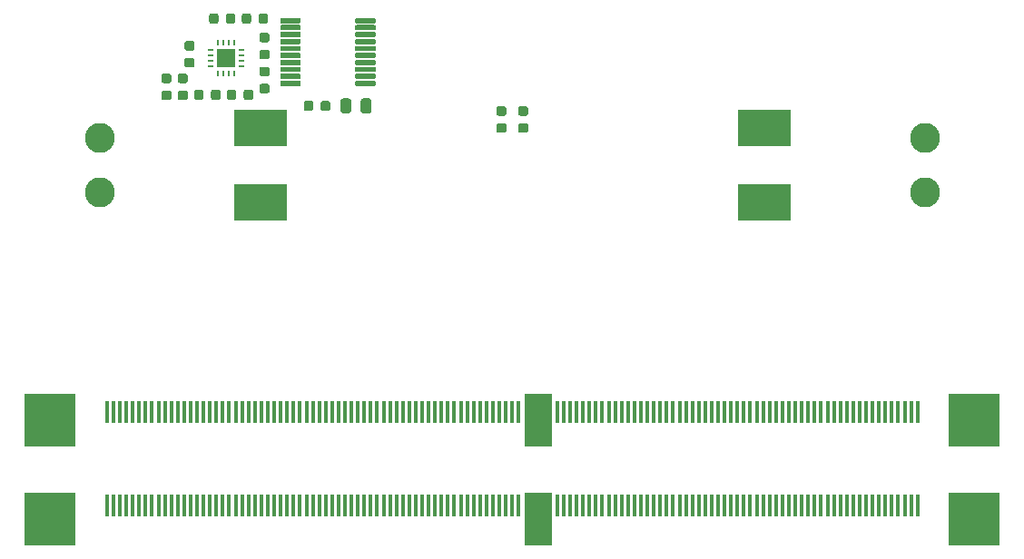
<source format=gbr>
G04 #@! TF.GenerationSoftware,KiCad,Pcbnew,5.1.5+dfsg1-2build2*
G04 #@! TF.CreationDate,2021-03-31T10:31:05+02:00*
G04 #@! TF.ProjectId,ModulAdapterMagnet,4d6f6475-6c41-4646-9170-7465724d6167,rev?*
G04 #@! TF.SameCoordinates,Original*
G04 #@! TF.FileFunction,Paste,Top*
G04 #@! TF.FilePolarity,Positive*
%FSLAX46Y46*%
G04 Gerber Fmt 4.6, Leading zero omitted, Abs format (unit mm)*
G04 Created by KiCad (PCBNEW 5.1.5+dfsg1-2build2) date 2021-03-31 10:31:05*
%MOMM*%
%LPD*%
G04 APERTURE LIST*
%ADD10R,5.000000X3.500000*%
%ADD11C,2.800000*%
%ADD12C,0.100000*%
%ADD13R,4.800000X5.000000*%
%ADD14R,0.350000X2.000000*%
%ADD15R,2.600000X5.000000*%
%ADD16R,0.550000X0.270000*%
%ADD17R,0.270000X0.550000*%
%ADD18R,1.800000X1.800000*%
G04 APERTURE END LIST*
D10*
X76525000Y-98486141D03*
X76525000Y-91486141D03*
D11*
X61525000Y-92486141D03*
X61525000Y-97486141D03*
D10*
X123475000Y-91486141D03*
X123475000Y-98486141D03*
D11*
X138475000Y-97486141D03*
X138475000Y-92486141D03*
D12*
G36*
X87141452Y-87105402D02*
G01*
X87153586Y-87107202D01*
X87165486Y-87110182D01*
X87177035Y-87114315D01*
X87188125Y-87119560D01*
X87198646Y-87125866D01*
X87208499Y-87133174D01*
X87217588Y-87141412D01*
X87225826Y-87150501D01*
X87233134Y-87160354D01*
X87239440Y-87170875D01*
X87244685Y-87181965D01*
X87248818Y-87193514D01*
X87251798Y-87205414D01*
X87253598Y-87217548D01*
X87254200Y-87229800D01*
X87254200Y-87479800D01*
X87253598Y-87492052D01*
X87251798Y-87504186D01*
X87248818Y-87516086D01*
X87244685Y-87527635D01*
X87239440Y-87538725D01*
X87233134Y-87549246D01*
X87225826Y-87559099D01*
X87217588Y-87568188D01*
X87208499Y-87576426D01*
X87198646Y-87583734D01*
X87188125Y-87590040D01*
X87177035Y-87595285D01*
X87165486Y-87599418D01*
X87153586Y-87602398D01*
X87141452Y-87604198D01*
X87129200Y-87604800D01*
X85479200Y-87604800D01*
X85466948Y-87604198D01*
X85454814Y-87602398D01*
X85442914Y-87599418D01*
X85431365Y-87595285D01*
X85420275Y-87590040D01*
X85409754Y-87583734D01*
X85399901Y-87576426D01*
X85390812Y-87568188D01*
X85382574Y-87559099D01*
X85375266Y-87549246D01*
X85368960Y-87538725D01*
X85363715Y-87527635D01*
X85359582Y-87516086D01*
X85356602Y-87504186D01*
X85354802Y-87492052D01*
X85354200Y-87479800D01*
X85354200Y-87229800D01*
X85354802Y-87217548D01*
X85356602Y-87205414D01*
X85359582Y-87193514D01*
X85363715Y-87181965D01*
X85368960Y-87170875D01*
X85375266Y-87160354D01*
X85382574Y-87150501D01*
X85390812Y-87141412D01*
X85399901Y-87133174D01*
X85409754Y-87125866D01*
X85420275Y-87119560D01*
X85431365Y-87114315D01*
X85442914Y-87110182D01*
X85454814Y-87107202D01*
X85466948Y-87105402D01*
X85479200Y-87104800D01*
X87129200Y-87104800D01*
X87141452Y-87105402D01*
G37*
G36*
X87141452Y-86455402D02*
G01*
X87153586Y-86457202D01*
X87165486Y-86460182D01*
X87177035Y-86464315D01*
X87188125Y-86469560D01*
X87198646Y-86475866D01*
X87208499Y-86483174D01*
X87217588Y-86491412D01*
X87225826Y-86500501D01*
X87233134Y-86510354D01*
X87239440Y-86520875D01*
X87244685Y-86531965D01*
X87248818Y-86543514D01*
X87251798Y-86555414D01*
X87253598Y-86567548D01*
X87254200Y-86579800D01*
X87254200Y-86829800D01*
X87253598Y-86842052D01*
X87251798Y-86854186D01*
X87248818Y-86866086D01*
X87244685Y-86877635D01*
X87239440Y-86888725D01*
X87233134Y-86899246D01*
X87225826Y-86909099D01*
X87217588Y-86918188D01*
X87208499Y-86926426D01*
X87198646Y-86933734D01*
X87188125Y-86940040D01*
X87177035Y-86945285D01*
X87165486Y-86949418D01*
X87153586Y-86952398D01*
X87141452Y-86954198D01*
X87129200Y-86954800D01*
X85479200Y-86954800D01*
X85466948Y-86954198D01*
X85454814Y-86952398D01*
X85442914Y-86949418D01*
X85431365Y-86945285D01*
X85420275Y-86940040D01*
X85409754Y-86933734D01*
X85399901Y-86926426D01*
X85390812Y-86918188D01*
X85382574Y-86909099D01*
X85375266Y-86899246D01*
X85368960Y-86888725D01*
X85363715Y-86877635D01*
X85359582Y-86866086D01*
X85356602Y-86854186D01*
X85354802Y-86842052D01*
X85354200Y-86829800D01*
X85354200Y-86579800D01*
X85354802Y-86567548D01*
X85356602Y-86555414D01*
X85359582Y-86543514D01*
X85363715Y-86531965D01*
X85368960Y-86520875D01*
X85375266Y-86510354D01*
X85382574Y-86500501D01*
X85390812Y-86491412D01*
X85399901Y-86483174D01*
X85409754Y-86475866D01*
X85420275Y-86469560D01*
X85431365Y-86464315D01*
X85442914Y-86460182D01*
X85454814Y-86457202D01*
X85466948Y-86455402D01*
X85479200Y-86454800D01*
X87129200Y-86454800D01*
X87141452Y-86455402D01*
G37*
G36*
X87141452Y-85805402D02*
G01*
X87153586Y-85807202D01*
X87165486Y-85810182D01*
X87177035Y-85814315D01*
X87188125Y-85819560D01*
X87198646Y-85825866D01*
X87208499Y-85833174D01*
X87217588Y-85841412D01*
X87225826Y-85850501D01*
X87233134Y-85860354D01*
X87239440Y-85870875D01*
X87244685Y-85881965D01*
X87248818Y-85893514D01*
X87251798Y-85905414D01*
X87253598Y-85917548D01*
X87254200Y-85929800D01*
X87254200Y-86179800D01*
X87253598Y-86192052D01*
X87251798Y-86204186D01*
X87248818Y-86216086D01*
X87244685Y-86227635D01*
X87239440Y-86238725D01*
X87233134Y-86249246D01*
X87225826Y-86259099D01*
X87217588Y-86268188D01*
X87208499Y-86276426D01*
X87198646Y-86283734D01*
X87188125Y-86290040D01*
X87177035Y-86295285D01*
X87165486Y-86299418D01*
X87153586Y-86302398D01*
X87141452Y-86304198D01*
X87129200Y-86304800D01*
X85479200Y-86304800D01*
X85466948Y-86304198D01*
X85454814Y-86302398D01*
X85442914Y-86299418D01*
X85431365Y-86295285D01*
X85420275Y-86290040D01*
X85409754Y-86283734D01*
X85399901Y-86276426D01*
X85390812Y-86268188D01*
X85382574Y-86259099D01*
X85375266Y-86249246D01*
X85368960Y-86238725D01*
X85363715Y-86227635D01*
X85359582Y-86216086D01*
X85356602Y-86204186D01*
X85354802Y-86192052D01*
X85354200Y-86179800D01*
X85354200Y-85929800D01*
X85354802Y-85917548D01*
X85356602Y-85905414D01*
X85359582Y-85893514D01*
X85363715Y-85881965D01*
X85368960Y-85870875D01*
X85375266Y-85860354D01*
X85382574Y-85850501D01*
X85390812Y-85841412D01*
X85399901Y-85833174D01*
X85409754Y-85825866D01*
X85420275Y-85819560D01*
X85431365Y-85814315D01*
X85442914Y-85810182D01*
X85454814Y-85807202D01*
X85466948Y-85805402D01*
X85479200Y-85804800D01*
X87129200Y-85804800D01*
X87141452Y-85805402D01*
G37*
G36*
X87141452Y-85155402D02*
G01*
X87153586Y-85157202D01*
X87165486Y-85160182D01*
X87177035Y-85164315D01*
X87188125Y-85169560D01*
X87198646Y-85175866D01*
X87208499Y-85183174D01*
X87217588Y-85191412D01*
X87225826Y-85200501D01*
X87233134Y-85210354D01*
X87239440Y-85220875D01*
X87244685Y-85231965D01*
X87248818Y-85243514D01*
X87251798Y-85255414D01*
X87253598Y-85267548D01*
X87254200Y-85279800D01*
X87254200Y-85529800D01*
X87253598Y-85542052D01*
X87251798Y-85554186D01*
X87248818Y-85566086D01*
X87244685Y-85577635D01*
X87239440Y-85588725D01*
X87233134Y-85599246D01*
X87225826Y-85609099D01*
X87217588Y-85618188D01*
X87208499Y-85626426D01*
X87198646Y-85633734D01*
X87188125Y-85640040D01*
X87177035Y-85645285D01*
X87165486Y-85649418D01*
X87153586Y-85652398D01*
X87141452Y-85654198D01*
X87129200Y-85654800D01*
X85479200Y-85654800D01*
X85466948Y-85654198D01*
X85454814Y-85652398D01*
X85442914Y-85649418D01*
X85431365Y-85645285D01*
X85420275Y-85640040D01*
X85409754Y-85633734D01*
X85399901Y-85626426D01*
X85390812Y-85618188D01*
X85382574Y-85609099D01*
X85375266Y-85599246D01*
X85368960Y-85588725D01*
X85363715Y-85577635D01*
X85359582Y-85566086D01*
X85356602Y-85554186D01*
X85354802Y-85542052D01*
X85354200Y-85529800D01*
X85354200Y-85279800D01*
X85354802Y-85267548D01*
X85356602Y-85255414D01*
X85359582Y-85243514D01*
X85363715Y-85231965D01*
X85368960Y-85220875D01*
X85375266Y-85210354D01*
X85382574Y-85200501D01*
X85390812Y-85191412D01*
X85399901Y-85183174D01*
X85409754Y-85175866D01*
X85420275Y-85169560D01*
X85431365Y-85164315D01*
X85442914Y-85160182D01*
X85454814Y-85157202D01*
X85466948Y-85155402D01*
X85479200Y-85154800D01*
X87129200Y-85154800D01*
X87141452Y-85155402D01*
G37*
G36*
X87141452Y-84505402D02*
G01*
X87153586Y-84507202D01*
X87165486Y-84510182D01*
X87177035Y-84514315D01*
X87188125Y-84519560D01*
X87198646Y-84525866D01*
X87208499Y-84533174D01*
X87217588Y-84541412D01*
X87225826Y-84550501D01*
X87233134Y-84560354D01*
X87239440Y-84570875D01*
X87244685Y-84581965D01*
X87248818Y-84593514D01*
X87251798Y-84605414D01*
X87253598Y-84617548D01*
X87254200Y-84629800D01*
X87254200Y-84879800D01*
X87253598Y-84892052D01*
X87251798Y-84904186D01*
X87248818Y-84916086D01*
X87244685Y-84927635D01*
X87239440Y-84938725D01*
X87233134Y-84949246D01*
X87225826Y-84959099D01*
X87217588Y-84968188D01*
X87208499Y-84976426D01*
X87198646Y-84983734D01*
X87188125Y-84990040D01*
X87177035Y-84995285D01*
X87165486Y-84999418D01*
X87153586Y-85002398D01*
X87141452Y-85004198D01*
X87129200Y-85004800D01*
X85479200Y-85004800D01*
X85466948Y-85004198D01*
X85454814Y-85002398D01*
X85442914Y-84999418D01*
X85431365Y-84995285D01*
X85420275Y-84990040D01*
X85409754Y-84983734D01*
X85399901Y-84976426D01*
X85390812Y-84968188D01*
X85382574Y-84959099D01*
X85375266Y-84949246D01*
X85368960Y-84938725D01*
X85363715Y-84927635D01*
X85359582Y-84916086D01*
X85356602Y-84904186D01*
X85354802Y-84892052D01*
X85354200Y-84879800D01*
X85354200Y-84629800D01*
X85354802Y-84617548D01*
X85356602Y-84605414D01*
X85359582Y-84593514D01*
X85363715Y-84581965D01*
X85368960Y-84570875D01*
X85375266Y-84560354D01*
X85382574Y-84550501D01*
X85390812Y-84541412D01*
X85399901Y-84533174D01*
X85409754Y-84525866D01*
X85420275Y-84519560D01*
X85431365Y-84514315D01*
X85442914Y-84510182D01*
X85454814Y-84507202D01*
X85466948Y-84505402D01*
X85479200Y-84504800D01*
X87129200Y-84504800D01*
X87141452Y-84505402D01*
G37*
G36*
X87141452Y-83855402D02*
G01*
X87153586Y-83857202D01*
X87165486Y-83860182D01*
X87177035Y-83864315D01*
X87188125Y-83869560D01*
X87198646Y-83875866D01*
X87208499Y-83883174D01*
X87217588Y-83891412D01*
X87225826Y-83900501D01*
X87233134Y-83910354D01*
X87239440Y-83920875D01*
X87244685Y-83931965D01*
X87248818Y-83943514D01*
X87251798Y-83955414D01*
X87253598Y-83967548D01*
X87254200Y-83979800D01*
X87254200Y-84229800D01*
X87253598Y-84242052D01*
X87251798Y-84254186D01*
X87248818Y-84266086D01*
X87244685Y-84277635D01*
X87239440Y-84288725D01*
X87233134Y-84299246D01*
X87225826Y-84309099D01*
X87217588Y-84318188D01*
X87208499Y-84326426D01*
X87198646Y-84333734D01*
X87188125Y-84340040D01*
X87177035Y-84345285D01*
X87165486Y-84349418D01*
X87153586Y-84352398D01*
X87141452Y-84354198D01*
X87129200Y-84354800D01*
X85479200Y-84354800D01*
X85466948Y-84354198D01*
X85454814Y-84352398D01*
X85442914Y-84349418D01*
X85431365Y-84345285D01*
X85420275Y-84340040D01*
X85409754Y-84333734D01*
X85399901Y-84326426D01*
X85390812Y-84318188D01*
X85382574Y-84309099D01*
X85375266Y-84299246D01*
X85368960Y-84288725D01*
X85363715Y-84277635D01*
X85359582Y-84266086D01*
X85356602Y-84254186D01*
X85354802Y-84242052D01*
X85354200Y-84229800D01*
X85354200Y-83979800D01*
X85354802Y-83967548D01*
X85356602Y-83955414D01*
X85359582Y-83943514D01*
X85363715Y-83931965D01*
X85368960Y-83920875D01*
X85375266Y-83910354D01*
X85382574Y-83900501D01*
X85390812Y-83891412D01*
X85399901Y-83883174D01*
X85409754Y-83875866D01*
X85420275Y-83869560D01*
X85431365Y-83864315D01*
X85442914Y-83860182D01*
X85454814Y-83857202D01*
X85466948Y-83855402D01*
X85479200Y-83854800D01*
X87129200Y-83854800D01*
X87141452Y-83855402D01*
G37*
G36*
X87141452Y-83205402D02*
G01*
X87153586Y-83207202D01*
X87165486Y-83210182D01*
X87177035Y-83214315D01*
X87188125Y-83219560D01*
X87198646Y-83225866D01*
X87208499Y-83233174D01*
X87217588Y-83241412D01*
X87225826Y-83250501D01*
X87233134Y-83260354D01*
X87239440Y-83270875D01*
X87244685Y-83281965D01*
X87248818Y-83293514D01*
X87251798Y-83305414D01*
X87253598Y-83317548D01*
X87254200Y-83329800D01*
X87254200Y-83579800D01*
X87253598Y-83592052D01*
X87251798Y-83604186D01*
X87248818Y-83616086D01*
X87244685Y-83627635D01*
X87239440Y-83638725D01*
X87233134Y-83649246D01*
X87225826Y-83659099D01*
X87217588Y-83668188D01*
X87208499Y-83676426D01*
X87198646Y-83683734D01*
X87188125Y-83690040D01*
X87177035Y-83695285D01*
X87165486Y-83699418D01*
X87153586Y-83702398D01*
X87141452Y-83704198D01*
X87129200Y-83704800D01*
X85479200Y-83704800D01*
X85466948Y-83704198D01*
X85454814Y-83702398D01*
X85442914Y-83699418D01*
X85431365Y-83695285D01*
X85420275Y-83690040D01*
X85409754Y-83683734D01*
X85399901Y-83676426D01*
X85390812Y-83668188D01*
X85382574Y-83659099D01*
X85375266Y-83649246D01*
X85368960Y-83638725D01*
X85363715Y-83627635D01*
X85359582Y-83616086D01*
X85356602Y-83604186D01*
X85354802Y-83592052D01*
X85354200Y-83579800D01*
X85354200Y-83329800D01*
X85354802Y-83317548D01*
X85356602Y-83305414D01*
X85359582Y-83293514D01*
X85363715Y-83281965D01*
X85368960Y-83270875D01*
X85375266Y-83260354D01*
X85382574Y-83250501D01*
X85390812Y-83241412D01*
X85399901Y-83233174D01*
X85409754Y-83225866D01*
X85420275Y-83219560D01*
X85431365Y-83214315D01*
X85442914Y-83210182D01*
X85454814Y-83207202D01*
X85466948Y-83205402D01*
X85479200Y-83204800D01*
X87129200Y-83204800D01*
X87141452Y-83205402D01*
G37*
G36*
X87141452Y-82555402D02*
G01*
X87153586Y-82557202D01*
X87165486Y-82560182D01*
X87177035Y-82564315D01*
X87188125Y-82569560D01*
X87198646Y-82575866D01*
X87208499Y-82583174D01*
X87217588Y-82591412D01*
X87225826Y-82600501D01*
X87233134Y-82610354D01*
X87239440Y-82620875D01*
X87244685Y-82631965D01*
X87248818Y-82643514D01*
X87251798Y-82655414D01*
X87253598Y-82667548D01*
X87254200Y-82679800D01*
X87254200Y-82929800D01*
X87253598Y-82942052D01*
X87251798Y-82954186D01*
X87248818Y-82966086D01*
X87244685Y-82977635D01*
X87239440Y-82988725D01*
X87233134Y-82999246D01*
X87225826Y-83009099D01*
X87217588Y-83018188D01*
X87208499Y-83026426D01*
X87198646Y-83033734D01*
X87188125Y-83040040D01*
X87177035Y-83045285D01*
X87165486Y-83049418D01*
X87153586Y-83052398D01*
X87141452Y-83054198D01*
X87129200Y-83054800D01*
X85479200Y-83054800D01*
X85466948Y-83054198D01*
X85454814Y-83052398D01*
X85442914Y-83049418D01*
X85431365Y-83045285D01*
X85420275Y-83040040D01*
X85409754Y-83033734D01*
X85399901Y-83026426D01*
X85390812Y-83018188D01*
X85382574Y-83009099D01*
X85375266Y-82999246D01*
X85368960Y-82988725D01*
X85363715Y-82977635D01*
X85359582Y-82966086D01*
X85356602Y-82954186D01*
X85354802Y-82942052D01*
X85354200Y-82929800D01*
X85354200Y-82679800D01*
X85354802Y-82667548D01*
X85356602Y-82655414D01*
X85359582Y-82643514D01*
X85363715Y-82631965D01*
X85368960Y-82620875D01*
X85375266Y-82610354D01*
X85382574Y-82600501D01*
X85390812Y-82591412D01*
X85399901Y-82583174D01*
X85409754Y-82575866D01*
X85420275Y-82569560D01*
X85431365Y-82564315D01*
X85442914Y-82560182D01*
X85454814Y-82557202D01*
X85466948Y-82555402D01*
X85479200Y-82554800D01*
X87129200Y-82554800D01*
X87141452Y-82555402D01*
G37*
G36*
X87141452Y-81905402D02*
G01*
X87153586Y-81907202D01*
X87165486Y-81910182D01*
X87177035Y-81914315D01*
X87188125Y-81919560D01*
X87198646Y-81925866D01*
X87208499Y-81933174D01*
X87217588Y-81941412D01*
X87225826Y-81950501D01*
X87233134Y-81960354D01*
X87239440Y-81970875D01*
X87244685Y-81981965D01*
X87248818Y-81993514D01*
X87251798Y-82005414D01*
X87253598Y-82017548D01*
X87254200Y-82029800D01*
X87254200Y-82279800D01*
X87253598Y-82292052D01*
X87251798Y-82304186D01*
X87248818Y-82316086D01*
X87244685Y-82327635D01*
X87239440Y-82338725D01*
X87233134Y-82349246D01*
X87225826Y-82359099D01*
X87217588Y-82368188D01*
X87208499Y-82376426D01*
X87198646Y-82383734D01*
X87188125Y-82390040D01*
X87177035Y-82395285D01*
X87165486Y-82399418D01*
X87153586Y-82402398D01*
X87141452Y-82404198D01*
X87129200Y-82404800D01*
X85479200Y-82404800D01*
X85466948Y-82404198D01*
X85454814Y-82402398D01*
X85442914Y-82399418D01*
X85431365Y-82395285D01*
X85420275Y-82390040D01*
X85409754Y-82383734D01*
X85399901Y-82376426D01*
X85390812Y-82368188D01*
X85382574Y-82359099D01*
X85375266Y-82349246D01*
X85368960Y-82338725D01*
X85363715Y-82327635D01*
X85359582Y-82316086D01*
X85356602Y-82304186D01*
X85354802Y-82292052D01*
X85354200Y-82279800D01*
X85354200Y-82029800D01*
X85354802Y-82017548D01*
X85356602Y-82005414D01*
X85359582Y-81993514D01*
X85363715Y-81981965D01*
X85368960Y-81970875D01*
X85375266Y-81960354D01*
X85382574Y-81950501D01*
X85390812Y-81941412D01*
X85399901Y-81933174D01*
X85409754Y-81925866D01*
X85420275Y-81919560D01*
X85431365Y-81914315D01*
X85442914Y-81910182D01*
X85454814Y-81907202D01*
X85466948Y-81905402D01*
X85479200Y-81904800D01*
X87129200Y-81904800D01*
X87141452Y-81905402D01*
G37*
G36*
X87141452Y-81255402D02*
G01*
X87153586Y-81257202D01*
X87165486Y-81260182D01*
X87177035Y-81264315D01*
X87188125Y-81269560D01*
X87198646Y-81275866D01*
X87208499Y-81283174D01*
X87217588Y-81291412D01*
X87225826Y-81300501D01*
X87233134Y-81310354D01*
X87239440Y-81320875D01*
X87244685Y-81331965D01*
X87248818Y-81343514D01*
X87251798Y-81355414D01*
X87253598Y-81367548D01*
X87254200Y-81379800D01*
X87254200Y-81629800D01*
X87253598Y-81642052D01*
X87251798Y-81654186D01*
X87248818Y-81666086D01*
X87244685Y-81677635D01*
X87239440Y-81688725D01*
X87233134Y-81699246D01*
X87225826Y-81709099D01*
X87217588Y-81718188D01*
X87208499Y-81726426D01*
X87198646Y-81733734D01*
X87188125Y-81740040D01*
X87177035Y-81745285D01*
X87165486Y-81749418D01*
X87153586Y-81752398D01*
X87141452Y-81754198D01*
X87129200Y-81754800D01*
X85479200Y-81754800D01*
X85466948Y-81754198D01*
X85454814Y-81752398D01*
X85442914Y-81749418D01*
X85431365Y-81745285D01*
X85420275Y-81740040D01*
X85409754Y-81733734D01*
X85399901Y-81726426D01*
X85390812Y-81718188D01*
X85382574Y-81709099D01*
X85375266Y-81699246D01*
X85368960Y-81688725D01*
X85363715Y-81677635D01*
X85359582Y-81666086D01*
X85356602Y-81654186D01*
X85354802Y-81642052D01*
X85354200Y-81629800D01*
X85354200Y-81379800D01*
X85354802Y-81367548D01*
X85356602Y-81355414D01*
X85359582Y-81343514D01*
X85363715Y-81331965D01*
X85368960Y-81320875D01*
X85375266Y-81310354D01*
X85382574Y-81300501D01*
X85390812Y-81291412D01*
X85399901Y-81283174D01*
X85409754Y-81275866D01*
X85420275Y-81269560D01*
X85431365Y-81264315D01*
X85442914Y-81260182D01*
X85454814Y-81257202D01*
X85466948Y-81255402D01*
X85479200Y-81254800D01*
X87129200Y-81254800D01*
X87141452Y-81255402D01*
G37*
G36*
X80141452Y-81255402D02*
G01*
X80153586Y-81257202D01*
X80165486Y-81260182D01*
X80177035Y-81264315D01*
X80188125Y-81269560D01*
X80198646Y-81275866D01*
X80208499Y-81283174D01*
X80217588Y-81291412D01*
X80225826Y-81300501D01*
X80233134Y-81310354D01*
X80239440Y-81320875D01*
X80244685Y-81331965D01*
X80248818Y-81343514D01*
X80251798Y-81355414D01*
X80253598Y-81367548D01*
X80254200Y-81379800D01*
X80254200Y-81629800D01*
X80253598Y-81642052D01*
X80251798Y-81654186D01*
X80248818Y-81666086D01*
X80244685Y-81677635D01*
X80239440Y-81688725D01*
X80233134Y-81699246D01*
X80225826Y-81709099D01*
X80217588Y-81718188D01*
X80208499Y-81726426D01*
X80198646Y-81733734D01*
X80188125Y-81740040D01*
X80177035Y-81745285D01*
X80165486Y-81749418D01*
X80153586Y-81752398D01*
X80141452Y-81754198D01*
X80129200Y-81754800D01*
X78479200Y-81754800D01*
X78466948Y-81754198D01*
X78454814Y-81752398D01*
X78442914Y-81749418D01*
X78431365Y-81745285D01*
X78420275Y-81740040D01*
X78409754Y-81733734D01*
X78399901Y-81726426D01*
X78390812Y-81718188D01*
X78382574Y-81709099D01*
X78375266Y-81699246D01*
X78368960Y-81688725D01*
X78363715Y-81677635D01*
X78359582Y-81666086D01*
X78356602Y-81654186D01*
X78354802Y-81642052D01*
X78354200Y-81629800D01*
X78354200Y-81379800D01*
X78354802Y-81367548D01*
X78356602Y-81355414D01*
X78359582Y-81343514D01*
X78363715Y-81331965D01*
X78368960Y-81320875D01*
X78375266Y-81310354D01*
X78382574Y-81300501D01*
X78390812Y-81291412D01*
X78399901Y-81283174D01*
X78409754Y-81275866D01*
X78420275Y-81269560D01*
X78431365Y-81264315D01*
X78442914Y-81260182D01*
X78454814Y-81257202D01*
X78466948Y-81255402D01*
X78479200Y-81254800D01*
X80129200Y-81254800D01*
X80141452Y-81255402D01*
G37*
G36*
X80141452Y-81905402D02*
G01*
X80153586Y-81907202D01*
X80165486Y-81910182D01*
X80177035Y-81914315D01*
X80188125Y-81919560D01*
X80198646Y-81925866D01*
X80208499Y-81933174D01*
X80217588Y-81941412D01*
X80225826Y-81950501D01*
X80233134Y-81960354D01*
X80239440Y-81970875D01*
X80244685Y-81981965D01*
X80248818Y-81993514D01*
X80251798Y-82005414D01*
X80253598Y-82017548D01*
X80254200Y-82029800D01*
X80254200Y-82279800D01*
X80253598Y-82292052D01*
X80251798Y-82304186D01*
X80248818Y-82316086D01*
X80244685Y-82327635D01*
X80239440Y-82338725D01*
X80233134Y-82349246D01*
X80225826Y-82359099D01*
X80217588Y-82368188D01*
X80208499Y-82376426D01*
X80198646Y-82383734D01*
X80188125Y-82390040D01*
X80177035Y-82395285D01*
X80165486Y-82399418D01*
X80153586Y-82402398D01*
X80141452Y-82404198D01*
X80129200Y-82404800D01*
X78479200Y-82404800D01*
X78466948Y-82404198D01*
X78454814Y-82402398D01*
X78442914Y-82399418D01*
X78431365Y-82395285D01*
X78420275Y-82390040D01*
X78409754Y-82383734D01*
X78399901Y-82376426D01*
X78390812Y-82368188D01*
X78382574Y-82359099D01*
X78375266Y-82349246D01*
X78368960Y-82338725D01*
X78363715Y-82327635D01*
X78359582Y-82316086D01*
X78356602Y-82304186D01*
X78354802Y-82292052D01*
X78354200Y-82279800D01*
X78354200Y-82029800D01*
X78354802Y-82017548D01*
X78356602Y-82005414D01*
X78359582Y-81993514D01*
X78363715Y-81981965D01*
X78368960Y-81970875D01*
X78375266Y-81960354D01*
X78382574Y-81950501D01*
X78390812Y-81941412D01*
X78399901Y-81933174D01*
X78409754Y-81925866D01*
X78420275Y-81919560D01*
X78431365Y-81914315D01*
X78442914Y-81910182D01*
X78454814Y-81907202D01*
X78466948Y-81905402D01*
X78479200Y-81904800D01*
X80129200Y-81904800D01*
X80141452Y-81905402D01*
G37*
G36*
X80141452Y-82555402D02*
G01*
X80153586Y-82557202D01*
X80165486Y-82560182D01*
X80177035Y-82564315D01*
X80188125Y-82569560D01*
X80198646Y-82575866D01*
X80208499Y-82583174D01*
X80217588Y-82591412D01*
X80225826Y-82600501D01*
X80233134Y-82610354D01*
X80239440Y-82620875D01*
X80244685Y-82631965D01*
X80248818Y-82643514D01*
X80251798Y-82655414D01*
X80253598Y-82667548D01*
X80254200Y-82679800D01*
X80254200Y-82929800D01*
X80253598Y-82942052D01*
X80251798Y-82954186D01*
X80248818Y-82966086D01*
X80244685Y-82977635D01*
X80239440Y-82988725D01*
X80233134Y-82999246D01*
X80225826Y-83009099D01*
X80217588Y-83018188D01*
X80208499Y-83026426D01*
X80198646Y-83033734D01*
X80188125Y-83040040D01*
X80177035Y-83045285D01*
X80165486Y-83049418D01*
X80153586Y-83052398D01*
X80141452Y-83054198D01*
X80129200Y-83054800D01*
X78479200Y-83054800D01*
X78466948Y-83054198D01*
X78454814Y-83052398D01*
X78442914Y-83049418D01*
X78431365Y-83045285D01*
X78420275Y-83040040D01*
X78409754Y-83033734D01*
X78399901Y-83026426D01*
X78390812Y-83018188D01*
X78382574Y-83009099D01*
X78375266Y-82999246D01*
X78368960Y-82988725D01*
X78363715Y-82977635D01*
X78359582Y-82966086D01*
X78356602Y-82954186D01*
X78354802Y-82942052D01*
X78354200Y-82929800D01*
X78354200Y-82679800D01*
X78354802Y-82667548D01*
X78356602Y-82655414D01*
X78359582Y-82643514D01*
X78363715Y-82631965D01*
X78368960Y-82620875D01*
X78375266Y-82610354D01*
X78382574Y-82600501D01*
X78390812Y-82591412D01*
X78399901Y-82583174D01*
X78409754Y-82575866D01*
X78420275Y-82569560D01*
X78431365Y-82564315D01*
X78442914Y-82560182D01*
X78454814Y-82557202D01*
X78466948Y-82555402D01*
X78479200Y-82554800D01*
X80129200Y-82554800D01*
X80141452Y-82555402D01*
G37*
G36*
X80141452Y-83205402D02*
G01*
X80153586Y-83207202D01*
X80165486Y-83210182D01*
X80177035Y-83214315D01*
X80188125Y-83219560D01*
X80198646Y-83225866D01*
X80208499Y-83233174D01*
X80217588Y-83241412D01*
X80225826Y-83250501D01*
X80233134Y-83260354D01*
X80239440Y-83270875D01*
X80244685Y-83281965D01*
X80248818Y-83293514D01*
X80251798Y-83305414D01*
X80253598Y-83317548D01*
X80254200Y-83329800D01*
X80254200Y-83579800D01*
X80253598Y-83592052D01*
X80251798Y-83604186D01*
X80248818Y-83616086D01*
X80244685Y-83627635D01*
X80239440Y-83638725D01*
X80233134Y-83649246D01*
X80225826Y-83659099D01*
X80217588Y-83668188D01*
X80208499Y-83676426D01*
X80198646Y-83683734D01*
X80188125Y-83690040D01*
X80177035Y-83695285D01*
X80165486Y-83699418D01*
X80153586Y-83702398D01*
X80141452Y-83704198D01*
X80129200Y-83704800D01*
X78479200Y-83704800D01*
X78466948Y-83704198D01*
X78454814Y-83702398D01*
X78442914Y-83699418D01*
X78431365Y-83695285D01*
X78420275Y-83690040D01*
X78409754Y-83683734D01*
X78399901Y-83676426D01*
X78390812Y-83668188D01*
X78382574Y-83659099D01*
X78375266Y-83649246D01*
X78368960Y-83638725D01*
X78363715Y-83627635D01*
X78359582Y-83616086D01*
X78356602Y-83604186D01*
X78354802Y-83592052D01*
X78354200Y-83579800D01*
X78354200Y-83329800D01*
X78354802Y-83317548D01*
X78356602Y-83305414D01*
X78359582Y-83293514D01*
X78363715Y-83281965D01*
X78368960Y-83270875D01*
X78375266Y-83260354D01*
X78382574Y-83250501D01*
X78390812Y-83241412D01*
X78399901Y-83233174D01*
X78409754Y-83225866D01*
X78420275Y-83219560D01*
X78431365Y-83214315D01*
X78442914Y-83210182D01*
X78454814Y-83207202D01*
X78466948Y-83205402D01*
X78479200Y-83204800D01*
X80129200Y-83204800D01*
X80141452Y-83205402D01*
G37*
G36*
X80141452Y-83855402D02*
G01*
X80153586Y-83857202D01*
X80165486Y-83860182D01*
X80177035Y-83864315D01*
X80188125Y-83869560D01*
X80198646Y-83875866D01*
X80208499Y-83883174D01*
X80217588Y-83891412D01*
X80225826Y-83900501D01*
X80233134Y-83910354D01*
X80239440Y-83920875D01*
X80244685Y-83931965D01*
X80248818Y-83943514D01*
X80251798Y-83955414D01*
X80253598Y-83967548D01*
X80254200Y-83979800D01*
X80254200Y-84229800D01*
X80253598Y-84242052D01*
X80251798Y-84254186D01*
X80248818Y-84266086D01*
X80244685Y-84277635D01*
X80239440Y-84288725D01*
X80233134Y-84299246D01*
X80225826Y-84309099D01*
X80217588Y-84318188D01*
X80208499Y-84326426D01*
X80198646Y-84333734D01*
X80188125Y-84340040D01*
X80177035Y-84345285D01*
X80165486Y-84349418D01*
X80153586Y-84352398D01*
X80141452Y-84354198D01*
X80129200Y-84354800D01*
X78479200Y-84354800D01*
X78466948Y-84354198D01*
X78454814Y-84352398D01*
X78442914Y-84349418D01*
X78431365Y-84345285D01*
X78420275Y-84340040D01*
X78409754Y-84333734D01*
X78399901Y-84326426D01*
X78390812Y-84318188D01*
X78382574Y-84309099D01*
X78375266Y-84299246D01*
X78368960Y-84288725D01*
X78363715Y-84277635D01*
X78359582Y-84266086D01*
X78356602Y-84254186D01*
X78354802Y-84242052D01*
X78354200Y-84229800D01*
X78354200Y-83979800D01*
X78354802Y-83967548D01*
X78356602Y-83955414D01*
X78359582Y-83943514D01*
X78363715Y-83931965D01*
X78368960Y-83920875D01*
X78375266Y-83910354D01*
X78382574Y-83900501D01*
X78390812Y-83891412D01*
X78399901Y-83883174D01*
X78409754Y-83875866D01*
X78420275Y-83869560D01*
X78431365Y-83864315D01*
X78442914Y-83860182D01*
X78454814Y-83857202D01*
X78466948Y-83855402D01*
X78479200Y-83854800D01*
X80129200Y-83854800D01*
X80141452Y-83855402D01*
G37*
G36*
X80141452Y-84505402D02*
G01*
X80153586Y-84507202D01*
X80165486Y-84510182D01*
X80177035Y-84514315D01*
X80188125Y-84519560D01*
X80198646Y-84525866D01*
X80208499Y-84533174D01*
X80217588Y-84541412D01*
X80225826Y-84550501D01*
X80233134Y-84560354D01*
X80239440Y-84570875D01*
X80244685Y-84581965D01*
X80248818Y-84593514D01*
X80251798Y-84605414D01*
X80253598Y-84617548D01*
X80254200Y-84629800D01*
X80254200Y-84879800D01*
X80253598Y-84892052D01*
X80251798Y-84904186D01*
X80248818Y-84916086D01*
X80244685Y-84927635D01*
X80239440Y-84938725D01*
X80233134Y-84949246D01*
X80225826Y-84959099D01*
X80217588Y-84968188D01*
X80208499Y-84976426D01*
X80198646Y-84983734D01*
X80188125Y-84990040D01*
X80177035Y-84995285D01*
X80165486Y-84999418D01*
X80153586Y-85002398D01*
X80141452Y-85004198D01*
X80129200Y-85004800D01*
X78479200Y-85004800D01*
X78466948Y-85004198D01*
X78454814Y-85002398D01*
X78442914Y-84999418D01*
X78431365Y-84995285D01*
X78420275Y-84990040D01*
X78409754Y-84983734D01*
X78399901Y-84976426D01*
X78390812Y-84968188D01*
X78382574Y-84959099D01*
X78375266Y-84949246D01*
X78368960Y-84938725D01*
X78363715Y-84927635D01*
X78359582Y-84916086D01*
X78356602Y-84904186D01*
X78354802Y-84892052D01*
X78354200Y-84879800D01*
X78354200Y-84629800D01*
X78354802Y-84617548D01*
X78356602Y-84605414D01*
X78359582Y-84593514D01*
X78363715Y-84581965D01*
X78368960Y-84570875D01*
X78375266Y-84560354D01*
X78382574Y-84550501D01*
X78390812Y-84541412D01*
X78399901Y-84533174D01*
X78409754Y-84525866D01*
X78420275Y-84519560D01*
X78431365Y-84514315D01*
X78442914Y-84510182D01*
X78454814Y-84507202D01*
X78466948Y-84505402D01*
X78479200Y-84504800D01*
X80129200Y-84504800D01*
X80141452Y-84505402D01*
G37*
G36*
X80141452Y-85155402D02*
G01*
X80153586Y-85157202D01*
X80165486Y-85160182D01*
X80177035Y-85164315D01*
X80188125Y-85169560D01*
X80198646Y-85175866D01*
X80208499Y-85183174D01*
X80217588Y-85191412D01*
X80225826Y-85200501D01*
X80233134Y-85210354D01*
X80239440Y-85220875D01*
X80244685Y-85231965D01*
X80248818Y-85243514D01*
X80251798Y-85255414D01*
X80253598Y-85267548D01*
X80254200Y-85279800D01*
X80254200Y-85529800D01*
X80253598Y-85542052D01*
X80251798Y-85554186D01*
X80248818Y-85566086D01*
X80244685Y-85577635D01*
X80239440Y-85588725D01*
X80233134Y-85599246D01*
X80225826Y-85609099D01*
X80217588Y-85618188D01*
X80208499Y-85626426D01*
X80198646Y-85633734D01*
X80188125Y-85640040D01*
X80177035Y-85645285D01*
X80165486Y-85649418D01*
X80153586Y-85652398D01*
X80141452Y-85654198D01*
X80129200Y-85654800D01*
X78479200Y-85654800D01*
X78466948Y-85654198D01*
X78454814Y-85652398D01*
X78442914Y-85649418D01*
X78431365Y-85645285D01*
X78420275Y-85640040D01*
X78409754Y-85633734D01*
X78399901Y-85626426D01*
X78390812Y-85618188D01*
X78382574Y-85609099D01*
X78375266Y-85599246D01*
X78368960Y-85588725D01*
X78363715Y-85577635D01*
X78359582Y-85566086D01*
X78356602Y-85554186D01*
X78354802Y-85542052D01*
X78354200Y-85529800D01*
X78354200Y-85279800D01*
X78354802Y-85267548D01*
X78356602Y-85255414D01*
X78359582Y-85243514D01*
X78363715Y-85231965D01*
X78368960Y-85220875D01*
X78375266Y-85210354D01*
X78382574Y-85200501D01*
X78390812Y-85191412D01*
X78399901Y-85183174D01*
X78409754Y-85175866D01*
X78420275Y-85169560D01*
X78431365Y-85164315D01*
X78442914Y-85160182D01*
X78454814Y-85157202D01*
X78466948Y-85155402D01*
X78479200Y-85154800D01*
X80129200Y-85154800D01*
X80141452Y-85155402D01*
G37*
G36*
X80141452Y-85805402D02*
G01*
X80153586Y-85807202D01*
X80165486Y-85810182D01*
X80177035Y-85814315D01*
X80188125Y-85819560D01*
X80198646Y-85825866D01*
X80208499Y-85833174D01*
X80217588Y-85841412D01*
X80225826Y-85850501D01*
X80233134Y-85860354D01*
X80239440Y-85870875D01*
X80244685Y-85881965D01*
X80248818Y-85893514D01*
X80251798Y-85905414D01*
X80253598Y-85917548D01*
X80254200Y-85929800D01*
X80254200Y-86179800D01*
X80253598Y-86192052D01*
X80251798Y-86204186D01*
X80248818Y-86216086D01*
X80244685Y-86227635D01*
X80239440Y-86238725D01*
X80233134Y-86249246D01*
X80225826Y-86259099D01*
X80217588Y-86268188D01*
X80208499Y-86276426D01*
X80198646Y-86283734D01*
X80188125Y-86290040D01*
X80177035Y-86295285D01*
X80165486Y-86299418D01*
X80153586Y-86302398D01*
X80141452Y-86304198D01*
X80129200Y-86304800D01*
X78479200Y-86304800D01*
X78466948Y-86304198D01*
X78454814Y-86302398D01*
X78442914Y-86299418D01*
X78431365Y-86295285D01*
X78420275Y-86290040D01*
X78409754Y-86283734D01*
X78399901Y-86276426D01*
X78390812Y-86268188D01*
X78382574Y-86259099D01*
X78375266Y-86249246D01*
X78368960Y-86238725D01*
X78363715Y-86227635D01*
X78359582Y-86216086D01*
X78356602Y-86204186D01*
X78354802Y-86192052D01*
X78354200Y-86179800D01*
X78354200Y-85929800D01*
X78354802Y-85917548D01*
X78356602Y-85905414D01*
X78359582Y-85893514D01*
X78363715Y-85881965D01*
X78368960Y-85870875D01*
X78375266Y-85860354D01*
X78382574Y-85850501D01*
X78390812Y-85841412D01*
X78399901Y-85833174D01*
X78409754Y-85825866D01*
X78420275Y-85819560D01*
X78431365Y-85814315D01*
X78442914Y-85810182D01*
X78454814Y-85807202D01*
X78466948Y-85805402D01*
X78479200Y-85804800D01*
X80129200Y-85804800D01*
X80141452Y-85805402D01*
G37*
G36*
X80141452Y-86455402D02*
G01*
X80153586Y-86457202D01*
X80165486Y-86460182D01*
X80177035Y-86464315D01*
X80188125Y-86469560D01*
X80198646Y-86475866D01*
X80208499Y-86483174D01*
X80217588Y-86491412D01*
X80225826Y-86500501D01*
X80233134Y-86510354D01*
X80239440Y-86520875D01*
X80244685Y-86531965D01*
X80248818Y-86543514D01*
X80251798Y-86555414D01*
X80253598Y-86567548D01*
X80254200Y-86579800D01*
X80254200Y-86829800D01*
X80253598Y-86842052D01*
X80251798Y-86854186D01*
X80248818Y-86866086D01*
X80244685Y-86877635D01*
X80239440Y-86888725D01*
X80233134Y-86899246D01*
X80225826Y-86909099D01*
X80217588Y-86918188D01*
X80208499Y-86926426D01*
X80198646Y-86933734D01*
X80188125Y-86940040D01*
X80177035Y-86945285D01*
X80165486Y-86949418D01*
X80153586Y-86952398D01*
X80141452Y-86954198D01*
X80129200Y-86954800D01*
X78479200Y-86954800D01*
X78466948Y-86954198D01*
X78454814Y-86952398D01*
X78442914Y-86949418D01*
X78431365Y-86945285D01*
X78420275Y-86940040D01*
X78409754Y-86933734D01*
X78399901Y-86926426D01*
X78390812Y-86918188D01*
X78382574Y-86909099D01*
X78375266Y-86899246D01*
X78368960Y-86888725D01*
X78363715Y-86877635D01*
X78359582Y-86866086D01*
X78356602Y-86854186D01*
X78354802Y-86842052D01*
X78354200Y-86829800D01*
X78354200Y-86579800D01*
X78354802Y-86567548D01*
X78356602Y-86555414D01*
X78359582Y-86543514D01*
X78363715Y-86531965D01*
X78368960Y-86520875D01*
X78375266Y-86510354D01*
X78382574Y-86500501D01*
X78390812Y-86491412D01*
X78399901Y-86483174D01*
X78409754Y-86475866D01*
X78420275Y-86469560D01*
X78431365Y-86464315D01*
X78442914Y-86460182D01*
X78454814Y-86457202D01*
X78466948Y-86455402D01*
X78479200Y-86454800D01*
X80129200Y-86454800D01*
X80141452Y-86455402D01*
G37*
G36*
X80141452Y-87105402D02*
G01*
X80153586Y-87107202D01*
X80165486Y-87110182D01*
X80177035Y-87114315D01*
X80188125Y-87119560D01*
X80198646Y-87125866D01*
X80208499Y-87133174D01*
X80217588Y-87141412D01*
X80225826Y-87150501D01*
X80233134Y-87160354D01*
X80239440Y-87170875D01*
X80244685Y-87181965D01*
X80248818Y-87193514D01*
X80251798Y-87205414D01*
X80253598Y-87217548D01*
X80254200Y-87229800D01*
X80254200Y-87479800D01*
X80253598Y-87492052D01*
X80251798Y-87504186D01*
X80248818Y-87516086D01*
X80244685Y-87527635D01*
X80239440Y-87538725D01*
X80233134Y-87549246D01*
X80225826Y-87559099D01*
X80217588Y-87568188D01*
X80208499Y-87576426D01*
X80198646Y-87583734D01*
X80188125Y-87590040D01*
X80177035Y-87595285D01*
X80165486Y-87599418D01*
X80153586Y-87602398D01*
X80141452Y-87604198D01*
X80129200Y-87604800D01*
X78479200Y-87604800D01*
X78466948Y-87604198D01*
X78454814Y-87602398D01*
X78442914Y-87599418D01*
X78431365Y-87595285D01*
X78420275Y-87590040D01*
X78409754Y-87583734D01*
X78399901Y-87576426D01*
X78390812Y-87568188D01*
X78382574Y-87559099D01*
X78375266Y-87549246D01*
X78368960Y-87538725D01*
X78363715Y-87527635D01*
X78359582Y-87516086D01*
X78356602Y-87504186D01*
X78354802Y-87492052D01*
X78354200Y-87479800D01*
X78354200Y-87229800D01*
X78354802Y-87217548D01*
X78356602Y-87205414D01*
X78359582Y-87193514D01*
X78363715Y-87181965D01*
X78368960Y-87170875D01*
X78375266Y-87160354D01*
X78382574Y-87150501D01*
X78390812Y-87141412D01*
X78399901Y-87133174D01*
X78409754Y-87125866D01*
X78420275Y-87119560D01*
X78431365Y-87114315D01*
X78442914Y-87110182D01*
X78454814Y-87107202D01*
X78466948Y-87105402D01*
X78479200Y-87104800D01*
X80129200Y-87104800D01*
X80141452Y-87105402D01*
G37*
G36*
X75449691Y-80831653D02*
G01*
X75470926Y-80834803D01*
X75491750Y-80840019D01*
X75511962Y-80847251D01*
X75531368Y-80856430D01*
X75549781Y-80867466D01*
X75567024Y-80880254D01*
X75582930Y-80894670D01*
X75597346Y-80910576D01*
X75610134Y-80927819D01*
X75621170Y-80946232D01*
X75630349Y-80965638D01*
X75637581Y-80985850D01*
X75642797Y-81006674D01*
X75645947Y-81027909D01*
X75647000Y-81049350D01*
X75647000Y-81561850D01*
X75645947Y-81583291D01*
X75642797Y-81604526D01*
X75637581Y-81625350D01*
X75630349Y-81645562D01*
X75621170Y-81664968D01*
X75610134Y-81683381D01*
X75597346Y-81700624D01*
X75582930Y-81716530D01*
X75567024Y-81730946D01*
X75549781Y-81743734D01*
X75531368Y-81754770D01*
X75511962Y-81763949D01*
X75491750Y-81771181D01*
X75470926Y-81776397D01*
X75449691Y-81779547D01*
X75428250Y-81780600D01*
X74990750Y-81780600D01*
X74969309Y-81779547D01*
X74948074Y-81776397D01*
X74927250Y-81771181D01*
X74907038Y-81763949D01*
X74887632Y-81754770D01*
X74869219Y-81743734D01*
X74851976Y-81730946D01*
X74836070Y-81716530D01*
X74821654Y-81700624D01*
X74808866Y-81683381D01*
X74797830Y-81664968D01*
X74788651Y-81645562D01*
X74781419Y-81625350D01*
X74776203Y-81604526D01*
X74773053Y-81583291D01*
X74772000Y-81561850D01*
X74772000Y-81049350D01*
X74773053Y-81027909D01*
X74776203Y-81006674D01*
X74781419Y-80985850D01*
X74788651Y-80965638D01*
X74797830Y-80946232D01*
X74808866Y-80927819D01*
X74821654Y-80910576D01*
X74836070Y-80894670D01*
X74851976Y-80880254D01*
X74869219Y-80867466D01*
X74887632Y-80856430D01*
X74907038Y-80847251D01*
X74927250Y-80840019D01*
X74948074Y-80834803D01*
X74969309Y-80831653D01*
X74990750Y-80830600D01*
X75428250Y-80830600D01*
X75449691Y-80831653D01*
G37*
G36*
X77024691Y-80831653D02*
G01*
X77045926Y-80834803D01*
X77066750Y-80840019D01*
X77086962Y-80847251D01*
X77106368Y-80856430D01*
X77124781Y-80867466D01*
X77142024Y-80880254D01*
X77157930Y-80894670D01*
X77172346Y-80910576D01*
X77185134Y-80927819D01*
X77196170Y-80946232D01*
X77205349Y-80965638D01*
X77212581Y-80985850D01*
X77217797Y-81006674D01*
X77220947Y-81027909D01*
X77222000Y-81049350D01*
X77222000Y-81561850D01*
X77220947Y-81583291D01*
X77217797Y-81604526D01*
X77212581Y-81625350D01*
X77205349Y-81645562D01*
X77196170Y-81664968D01*
X77185134Y-81683381D01*
X77172346Y-81700624D01*
X77157930Y-81716530D01*
X77142024Y-81730946D01*
X77124781Y-81743734D01*
X77106368Y-81754770D01*
X77086962Y-81763949D01*
X77066750Y-81771181D01*
X77045926Y-81776397D01*
X77024691Y-81779547D01*
X77003250Y-81780600D01*
X76565750Y-81780600D01*
X76544309Y-81779547D01*
X76523074Y-81776397D01*
X76502250Y-81771181D01*
X76482038Y-81763949D01*
X76462632Y-81754770D01*
X76444219Y-81743734D01*
X76426976Y-81730946D01*
X76411070Y-81716530D01*
X76396654Y-81700624D01*
X76383866Y-81683381D01*
X76372830Y-81664968D01*
X76363651Y-81645562D01*
X76356419Y-81625350D01*
X76351203Y-81604526D01*
X76348053Y-81583291D01*
X76347000Y-81561850D01*
X76347000Y-81049350D01*
X76348053Y-81027909D01*
X76351203Y-81006674D01*
X76356419Y-80985850D01*
X76363651Y-80965638D01*
X76372830Y-80946232D01*
X76383866Y-80927819D01*
X76396654Y-80910576D01*
X76411070Y-80894670D01*
X76426976Y-80880254D01*
X76444219Y-80867466D01*
X76462632Y-80856430D01*
X76482038Y-80847251D01*
X76502250Y-80840019D01*
X76523074Y-80834803D01*
X76544309Y-80831653D01*
X76565750Y-80830600D01*
X77003250Y-80830600D01*
X77024691Y-80831653D01*
G37*
D13*
X143100000Y-118810000D03*
X143100000Y-127990000D03*
X56900000Y-127990000D03*
X56900000Y-118810000D03*
D14*
X137800000Y-118050000D03*
X137200000Y-118050000D03*
X136600000Y-118050000D03*
X136000000Y-118050000D03*
X135400000Y-118050000D03*
X134800000Y-118050000D03*
X134200000Y-118050000D03*
X133600000Y-118050000D03*
X133000000Y-118050000D03*
X132400000Y-118050000D03*
X131800000Y-118050000D03*
X131200000Y-118050000D03*
X130600000Y-118050000D03*
X130000000Y-118050000D03*
X129400000Y-118050000D03*
X128800000Y-118050000D03*
X128200000Y-118050000D03*
X127600000Y-118050000D03*
X127000000Y-118050000D03*
X126400000Y-118050000D03*
X125800000Y-118050000D03*
X125200000Y-118050000D03*
X124600000Y-118050000D03*
X124000000Y-118050000D03*
X123400000Y-118050000D03*
X122800000Y-118050000D03*
X122200000Y-118050000D03*
X121600000Y-118050000D03*
X121000000Y-118050000D03*
X120400000Y-118050000D03*
X119800000Y-118050000D03*
X119200000Y-118050000D03*
X118600000Y-118050000D03*
X118000000Y-118050000D03*
X117400000Y-118050000D03*
X116800000Y-118050000D03*
X116200000Y-118050000D03*
X115600000Y-118050000D03*
X115000000Y-118050000D03*
X114400000Y-118050000D03*
X113800000Y-118050000D03*
X113200000Y-118050000D03*
X112600000Y-118050000D03*
X112000000Y-118050000D03*
X111400000Y-118050000D03*
X110800000Y-118050000D03*
X110200000Y-118050000D03*
X109600000Y-118050000D03*
X109000000Y-118050000D03*
X108400000Y-118050000D03*
X107800000Y-118050000D03*
X107200000Y-118050000D03*
X106600000Y-118050000D03*
X106000000Y-118050000D03*
X105400000Y-118050000D03*
X104800000Y-118050000D03*
X104200000Y-118050000D03*
X100600000Y-118050000D03*
X100000000Y-118050000D03*
X99400000Y-118050000D03*
X98800000Y-118050000D03*
X98200000Y-118050000D03*
X97600000Y-118050000D03*
X97000000Y-118050000D03*
X96400000Y-118050000D03*
X95800000Y-118050000D03*
X95200000Y-118050000D03*
X94600000Y-118050000D03*
X94000000Y-118050000D03*
X93400000Y-118050000D03*
X92800000Y-118050000D03*
X92200000Y-118050000D03*
X91600000Y-118050000D03*
X91000000Y-118050000D03*
X90400000Y-118050000D03*
X89800000Y-118050000D03*
X89200000Y-118050000D03*
X88600000Y-118050000D03*
X88000000Y-118050000D03*
X87400000Y-118050000D03*
X86800000Y-118050000D03*
X86200000Y-118050000D03*
X85600000Y-118050000D03*
X85000000Y-118050000D03*
X84400000Y-118050000D03*
X83800000Y-118050000D03*
X83200000Y-118050000D03*
X82600000Y-118050000D03*
X82000000Y-118050000D03*
X81400000Y-118050000D03*
X80800000Y-118050000D03*
X80200000Y-118050000D03*
X79600000Y-118050000D03*
X79000000Y-118050000D03*
X78400000Y-118050000D03*
X77800000Y-118050000D03*
X77200000Y-118050000D03*
X76600000Y-118050000D03*
X76000000Y-118050000D03*
X75400000Y-118050000D03*
X74800000Y-118050000D03*
X74200000Y-118050000D03*
X73600000Y-118050000D03*
X73000000Y-118050000D03*
X72400000Y-118050000D03*
X71800000Y-118050000D03*
X71200000Y-118050000D03*
X70600000Y-118050000D03*
X70000000Y-118050000D03*
X69400000Y-118050000D03*
X68800000Y-118050000D03*
X68200000Y-118050000D03*
X67600000Y-118050000D03*
X67000000Y-118050000D03*
X66400000Y-118050000D03*
X65800000Y-118050000D03*
X65200000Y-118050000D03*
X64600000Y-118050000D03*
X64000000Y-118050000D03*
X63400000Y-118050000D03*
X62800000Y-118050000D03*
X62200000Y-118050000D03*
X137800000Y-126750000D03*
X137200000Y-126750000D03*
X136600000Y-126750000D03*
X136000000Y-126750000D03*
X135400000Y-126750000D03*
X134800000Y-126750000D03*
X134200000Y-126750000D03*
X133600000Y-126750000D03*
X133000000Y-126750000D03*
X132400000Y-126750000D03*
X131800000Y-126750000D03*
X131200000Y-126750000D03*
X130600000Y-126750000D03*
X130000000Y-126750000D03*
X129400000Y-126750000D03*
X128800000Y-126750000D03*
X128200000Y-126750000D03*
X127600000Y-126750000D03*
X127000000Y-126750000D03*
X126400000Y-126750000D03*
X125800000Y-126750000D03*
X125200000Y-126750000D03*
X124600000Y-126750000D03*
X124000000Y-126750000D03*
X123400000Y-126750000D03*
X122800000Y-126750000D03*
X122200000Y-126750000D03*
X121600000Y-126750000D03*
X121000000Y-126750000D03*
X120400000Y-126750000D03*
X119800000Y-126750000D03*
X119200000Y-126750000D03*
X118600000Y-126750000D03*
X118000000Y-126750000D03*
X117400000Y-126750000D03*
X116800000Y-126750000D03*
X116200000Y-126750000D03*
X115600000Y-126750000D03*
X115000000Y-126750000D03*
X114400000Y-126750000D03*
X113800000Y-126750000D03*
X113200000Y-126750000D03*
X112600000Y-126750000D03*
X112000000Y-126750000D03*
X111400000Y-126750000D03*
X110800000Y-126750000D03*
X110200000Y-126750000D03*
X109600000Y-126750000D03*
X109000000Y-126750000D03*
X108400000Y-126750000D03*
X107800000Y-126750000D03*
X107200000Y-126750000D03*
X106600000Y-126750000D03*
X106000000Y-126750000D03*
X105400000Y-126750000D03*
X104800000Y-126750000D03*
X104200000Y-126750000D03*
X100600000Y-126750000D03*
X100000000Y-126750000D03*
X99400000Y-126750000D03*
X98800000Y-126750000D03*
X98200000Y-126750000D03*
X97600000Y-126750000D03*
X97000000Y-126750000D03*
X96400000Y-126750000D03*
X95800000Y-126750000D03*
X95200000Y-126750000D03*
X94600000Y-126750000D03*
X94000000Y-126750000D03*
X93400000Y-126750000D03*
X92800000Y-126750000D03*
X92200000Y-126750000D03*
X91600000Y-126750000D03*
X91000000Y-126750000D03*
X89800000Y-126750000D03*
X90400000Y-126750000D03*
X89200000Y-126750000D03*
X88600000Y-126750000D03*
X88000000Y-126750000D03*
X87400000Y-126750000D03*
X86800000Y-126750000D03*
X86200000Y-126750000D03*
X85600000Y-126750000D03*
X85000000Y-126750000D03*
X84400000Y-126750000D03*
X83800000Y-126750000D03*
X83200000Y-126750000D03*
X82600000Y-126750000D03*
X82000000Y-126750000D03*
X81400000Y-126750000D03*
X80800000Y-126750000D03*
X80200000Y-126750000D03*
X79600000Y-126750000D03*
X79000000Y-126750000D03*
X78400000Y-126750000D03*
X77800000Y-126750000D03*
X77200000Y-126750000D03*
X76600000Y-126750000D03*
X76000000Y-126750000D03*
X75400000Y-126750000D03*
X74800000Y-126750000D03*
X74200000Y-126750000D03*
X73600000Y-126750000D03*
X73000000Y-126750000D03*
X72400000Y-126750000D03*
X71800000Y-126750000D03*
X71200000Y-126750000D03*
X70600000Y-126750000D03*
X70000000Y-126750000D03*
X69400000Y-126750000D03*
X68800000Y-126750000D03*
X68200000Y-126750000D03*
X67600000Y-126750000D03*
X67000000Y-126750000D03*
X66400000Y-126750000D03*
X65800000Y-126750000D03*
X65200000Y-126750000D03*
X64600000Y-126750000D03*
X64000000Y-126750000D03*
X63400000Y-126750000D03*
X62200000Y-126750000D03*
X62800000Y-126750000D03*
D15*
X102400000Y-118810000D03*
X102400000Y-127990000D03*
D16*
X71905000Y-84214000D03*
X71905000Y-84764000D03*
X71905000Y-85764000D03*
X71905000Y-85264000D03*
D17*
X72580000Y-83589000D03*
X73080000Y-83589000D03*
X73580000Y-83589000D03*
X74080000Y-83589000D03*
X72580000Y-86439000D03*
X73080000Y-86439000D03*
X73580000Y-86439000D03*
X74080000Y-86439000D03*
D16*
X74755000Y-84264000D03*
X74755000Y-84764000D03*
X74755000Y-85264000D03*
X74755000Y-85764000D03*
D18*
X73330000Y-85014000D03*
D12*
G36*
X84750542Y-88760174D02*
G01*
X84774203Y-88763684D01*
X84797407Y-88769496D01*
X84819929Y-88777554D01*
X84841553Y-88787782D01*
X84862070Y-88800079D01*
X84881283Y-88814329D01*
X84899007Y-88830393D01*
X84915071Y-88848117D01*
X84929321Y-88867330D01*
X84941618Y-88887847D01*
X84951846Y-88909471D01*
X84959904Y-88931993D01*
X84965716Y-88955197D01*
X84969226Y-88978858D01*
X84970400Y-89002750D01*
X84970400Y-89915250D01*
X84969226Y-89939142D01*
X84965716Y-89962803D01*
X84959904Y-89986007D01*
X84951846Y-90008529D01*
X84941618Y-90030153D01*
X84929321Y-90050670D01*
X84915071Y-90069883D01*
X84899007Y-90087607D01*
X84881283Y-90103671D01*
X84862070Y-90117921D01*
X84841553Y-90130218D01*
X84819929Y-90140446D01*
X84797407Y-90148504D01*
X84774203Y-90154316D01*
X84750542Y-90157826D01*
X84726650Y-90159000D01*
X84239150Y-90159000D01*
X84215258Y-90157826D01*
X84191597Y-90154316D01*
X84168393Y-90148504D01*
X84145871Y-90140446D01*
X84124247Y-90130218D01*
X84103730Y-90117921D01*
X84084517Y-90103671D01*
X84066793Y-90087607D01*
X84050729Y-90069883D01*
X84036479Y-90050670D01*
X84024182Y-90030153D01*
X84013954Y-90008529D01*
X84005896Y-89986007D01*
X84000084Y-89962803D01*
X83996574Y-89939142D01*
X83995400Y-89915250D01*
X83995400Y-89002750D01*
X83996574Y-88978858D01*
X84000084Y-88955197D01*
X84005896Y-88931993D01*
X84013954Y-88909471D01*
X84024182Y-88887847D01*
X84036479Y-88867330D01*
X84050729Y-88848117D01*
X84066793Y-88830393D01*
X84084517Y-88814329D01*
X84103730Y-88800079D01*
X84124247Y-88787782D01*
X84145871Y-88777554D01*
X84168393Y-88769496D01*
X84191597Y-88763684D01*
X84215258Y-88760174D01*
X84239150Y-88759000D01*
X84726650Y-88759000D01*
X84750542Y-88760174D01*
G37*
G36*
X86625542Y-88760174D02*
G01*
X86649203Y-88763684D01*
X86672407Y-88769496D01*
X86694929Y-88777554D01*
X86716553Y-88787782D01*
X86737070Y-88800079D01*
X86756283Y-88814329D01*
X86774007Y-88830393D01*
X86790071Y-88848117D01*
X86804321Y-88867330D01*
X86816618Y-88887847D01*
X86826846Y-88909471D01*
X86834904Y-88931993D01*
X86840716Y-88955197D01*
X86844226Y-88978858D01*
X86845400Y-89002750D01*
X86845400Y-89915250D01*
X86844226Y-89939142D01*
X86840716Y-89962803D01*
X86834904Y-89986007D01*
X86826846Y-90008529D01*
X86816618Y-90030153D01*
X86804321Y-90050670D01*
X86790071Y-90069883D01*
X86774007Y-90087607D01*
X86756283Y-90103671D01*
X86737070Y-90117921D01*
X86716553Y-90130218D01*
X86694929Y-90140446D01*
X86672407Y-90148504D01*
X86649203Y-90154316D01*
X86625542Y-90157826D01*
X86601650Y-90159000D01*
X86114150Y-90159000D01*
X86090258Y-90157826D01*
X86066597Y-90154316D01*
X86043393Y-90148504D01*
X86020871Y-90140446D01*
X85999247Y-90130218D01*
X85978730Y-90117921D01*
X85959517Y-90103671D01*
X85941793Y-90087607D01*
X85925729Y-90069883D01*
X85911479Y-90050670D01*
X85899182Y-90030153D01*
X85888954Y-90008529D01*
X85880896Y-89986007D01*
X85875084Y-89962803D01*
X85871574Y-89939142D01*
X85870400Y-89915250D01*
X85870400Y-89002750D01*
X85871574Y-88978858D01*
X85875084Y-88955197D01*
X85880896Y-88931993D01*
X85888954Y-88909471D01*
X85899182Y-88887847D01*
X85911479Y-88867330D01*
X85925729Y-88848117D01*
X85941793Y-88830393D01*
X85959517Y-88814329D01*
X85978730Y-88800079D01*
X85999247Y-88787782D01*
X86020871Y-88777554D01*
X86043393Y-88769496D01*
X86066597Y-88763684D01*
X86090258Y-88760174D01*
X86114150Y-88759000D01*
X86601650Y-88759000D01*
X86625542Y-88760174D01*
G37*
G36*
X77163691Y-85822053D02*
G01*
X77184926Y-85825203D01*
X77205750Y-85830419D01*
X77225962Y-85837651D01*
X77245368Y-85846830D01*
X77263781Y-85857866D01*
X77281024Y-85870654D01*
X77296930Y-85885070D01*
X77311346Y-85900976D01*
X77324134Y-85918219D01*
X77335170Y-85936632D01*
X77344349Y-85956038D01*
X77351581Y-85976250D01*
X77356797Y-85997074D01*
X77359947Y-86018309D01*
X77361000Y-86039750D01*
X77361000Y-86477250D01*
X77359947Y-86498691D01*
X77356797Y-86519926D01*
X77351581Y-86540750D01*
X77344349Y-86560962D01*
X77335170Y-86580368D01*
X77324134Y-86598781D01*
X77311346Y-86616024D01*
X77296930Y-86631930D01*
X77281024Y-86646346D01*
X77263781Y-86659134D01*
X77245368Y-86670170D01*
X77225962Y-86679349D01*
X77205750Y-86686581D01*
X77184926Y-86691797D01*
X77163691Y-86694947D01*
X77142250Y-86696000D01*
X76629750Y-86696000D01*
X76608309Y-86694947D01*
X76587074Y-86691797D01*
X76566250Y-86686581D01*
X76546038Y-86679349D01*
X76526632Y-86670170D01*
X76508219Y-86659134D01*
X76490976Y-86646346D01*
X76475070Y-86631930D01*
X76460654Y-86616024D01*
X76447866Y-86598781D01*
X76436830Y-86580368D01*
X76427651Y-86560962D01*
X76420419Y-86540750D01*
X76415203Y-86519926D01*
X76412053Y-86498691D01*
X76411000Y-86477250D01*
X76411000Y-86039750D01*
X76412053Y-86018309D01*
X76415203Y-85997074D01*
X76420419Y-85976250D01*
X76427651Y-85956038D01*
X76436830Y-85936632D01*
X76447866Y-85918219D01*
X76460654Y-85900976D01*
X76475070Y-85885070D01*
X76490976Y-85870654D01*
X76508219Y-85857866D01*
X76526632Y-85846830D01*
X76546038Y-85837651D01*
X76566250Y-85830419D01*
X76587074Y-85825203D01*
X76608309Y-85822053D01*
X76629750Y-85821000D01*
X77142250Y-85821000D01*
X77163691Y-85822053D01*
G37*
G36*
X77163691Y-87397053D02*
G01*
X77184926Y-87400203D01*
X77205750Y-87405419D01*
X77225962Y-87412651D01*
X77245368Y-87421830D01*
X77263781Y-87432866D01*
X77281024Y-87445654D01*
X77296930Y-87460070D01*
X77311346Y-87475976D01*
X77324134Y-87493219D01*
X77335170Y-87511632D01*
X77344349Y-87531038D01*
X77351581Y-87551250D01*
X77356797Y-87572074D01*
X77359947Y-87593309D01*
X77361000Y-87614750D01*
X77361000Y-88052250D01*
X77359947Y-88073691D01*
X77356797Y-88094926D01*
X77351581Y-88115750D01*
X77344349Y-88135962D01*
X77335170Y-88155368D01*
X77324134Y-88173781D01*
X77311346Y-88191024D01*
X77296930Y-88206930D01*
X77281024Y-88221346D01*
X77263781Y-88234134D01*
X77245368Y-88245170D01*
X77225962Y-88254349D01*
X77205750Y-88261581D01*
X77184926Y-88266797D01*
X77163691Y-88269947D01*
X77142250Y-88271000D01*
X76629750Y-88271000D01*
X76608309Y-88269947D01*
X76587074Y-88266797D01*
X76566250Y-88261581D01*
X76546038Y-88254349D01*
X76526632Y-88245170D01*
X76508219Y-88234134D01*
X76490976Y-88221346D01*
X76475070Y-88206930D01*
X76460654Y-88191024D01*
X76447866Y-88173781D01*
X76436830Y-88155368D01*
X76427651Y-88135962D01*
X76420419Y-88115750D01*
X76415203Y-88094926D01*
X76412053Y-88073691D01*
X76411000Y-88052250D01*
X76411000Y-87614750D01*
X76412053Y-87593309D01*
X76415203Y-87572074D01*
X76420419Y-87551250D01*
X76427651Y-87531038D01*
X76436830Y-87511632D01*
X76447866Y-87493219D01*
X76460654Y-87475976D01*
X76475070Y-87460070D01*
X76490976Y-87445654D01*
X76508219Y-87432866D01*
X76526632Y-87421830D01*
X76546038Y-87412651D01*
X76566250Y-87405419D01*
X76587074Y-87400203D01*
X76608309Y-87397053D01*
X76629750Y-87396000D01*
X77142250Y-87396000D01*
X77163691Y-87397053D01*
G37*
G36*
X74052691Y-87943653D02*
G01*
X74073926Y-87946803D01*
X74094750Y-87952019D01*
X74114962Y-87959251D01*
X74134368Y-87968430D01*
X74152781Y-87979466D01*
X74170024Y-87992254D01*
X74185930Y-88006670D01*
X74200346Y-88022576D01*
X74213134Y-88039819D01*
X74224170Y-88058232D01*
X74233349Y-88077638D01*
X74240581Y-88097850D01*
X74245797Y-88118674D01*
X74248947Y-88139909D01*
X74250000Y-88161350D01*
X74250000Y-88673850D01*
X74248947Y-88695291D01*
X74245797Y-88716526D01*
X74240581Y-88737350D01*
X74233349Y-88757562D01*
X74224170Y-88776968D01*
X74213134Y-88795381D01*
X74200346Y-88812624D01*
X74185930Y-88828530D01*
X74170024Y-88842946D01*
X74152781Y-88855734D01*
X74134368Y-88866770D01*
X74114962Y-88875949D01*
X74094750Y-88883181D01*
X74073926Y-88888397D01*
X74052691Y-88891547D01*
X74031250Y-88892600D01*
X73593750Y-88892600D01*
X73572309Y-88891547D01*
X73551074Y-88888397D01*
X73530250Y-88883181D01*
X73510038Y-88875949D01*
X73490632Y-88866770D01*
X73472219Y-88855734D01*
X73454976Y-88842946D01*
X73439070Y-88828530D01*
X73424654Y-88812624D01*
X73411866Y-88795381D01*
X73400830Y-88776968D01*
X73391651Y-88757562D01*
X73384419Y-88737350D01*
X73379203Y-88716526D01*
X73376053Y-88695291D01*
X73375000Y-88673850D01*
X73375000Y-88161350D01*
X73376053Y-88139909D01*
X73379203Y-88118674D01*
X73384419Y-88097850D01*
X73391651Y-88077638D01*
X73400830Y-88058232D01*
X73411866Y-88039819D01*
X73424654Y-88022576D01*
X73439070Y-88006670D01*
X73454976Y-87992254D01*
X73472219Y-87979466D01*
X73490632Y-87968430D01*
X73510038Y-87959251D01*
X73530250Y-87952019D01*
X73551074Y-87946803D01*
X73572309Y-87943653D01*
X73593750Y-87942600D01*
X74031250Y-87942600D01*
X74052691Y-87943653D01*
G37*
G36*
X75627691Y-87943653D02*
G01*
X75648926Y-87946803D01*
X75669750Y-87952019D01*
X75689962Y-87959251D01*
X75709368Y-87968430D01*
X75727781Y-87979466D01*
X75745024Y-87992254D01*
X75760930Y-88006670D01*
X75775346Y-88022576D01*
X75788134Y-88039819D01*
X75799170Y-88058232D01*
X75808349Y-88077638D01*
X75815581Y-88097850D01*
X75820797Y-88118674D01*
X75823947Y-88139909D01*
X75825000Y-88161350D01*
X75825000Y-88673850D01*
X75823947Y-88695291D01*
X75820797Y-88716526D01*
X75815581Y-88737350D01*
X75808349Y-88757562D01*
X75799170Y-88776968D01*
X75788134Y-88795381D01*
X75775346Y-88812624D01*
X75760930Y-88828530D01*
X75745024Y-88842946D01*
X75727781Y-88855734D01*
X75709368Y-88866770D01*
X75689962Y-88875949D01*
X75669750Y-88883181D01*
X75648926Y-88888397D01*
X75627691Y-88891547D01*
X75606250Y-88892600D01*
X75168750Y-88892600D01*
X75147309Y-88891547D01*
X75126074Y-88888397D01*
X75105250Y-88883181D01*
X75085038Y-88875949D01*
X75065632Y-88866770D01*
X75047219Y-88855734D01*
X75029976Y-88842946D01*
X75014070Y-88828530D01*
X74999654Y-88812624D01*
X74986866Y-88795381D01*
X74975830Y-88776968D01*
X74966651Y-88757562D01*
X74959419Y-88737350D01*
X74954203Y-88716526D01*
X74951053Y-88695291D01*
X74950000Y-88673850D01*
X74950000Y-88161350D01*
X74951053Y-88139909D01*
X74954203Y-88118674D01*
X74959419Y-88097850D01*
X74966651Y-88077638D01*
X74975830Y-88058232D01*
X74986866Y-88039819D01*
X74999654Y-88022576D01*
X75014070Y-88006670D01*
X75029976Y-87992254D01*
X75047219Y-87979466D01*
X75065632Y-87968430D01*
X75085038Y-87959251D01*
X75105250Y-87952019D01*
X75126074Y-87946803D01*
X75147309Y-87943653D01*
X75168750Y-87942600D01*
X75606250Y-87942600D01*
X75627691Y-87943653D01*
G37*
G36*
X81240891Y-88985053D02*
G01*
X81262126Y-88988203D01*
X81282950Y-88993419D01*
X81303162Y-89000651D01*
X81322568Y-89009830D01*
X81340981Y-89020866D01*
X81358224Y-89033654D01*
X81374130Y-89048070D01*
X81388546Y-89063976D01*
X81401334Y-89081219D01*
X81412370Y-89099632D01*
X81421549Y-89119038D01*
X81428781Y-89139250D01*
X81433997Y-89160074D01*
X81437147Y-89181309D01*
X81438200Y-89202750D01*
X81438200Y-89715250D01*
X81437147Y-89736691D01*
X81433997Y-89757926D01*
X81428781Y-89778750D01*
X81421549Y-89798962D01*
X81412370Y-89818368D01*
X81401334Y-89836781D01*
X81388546Y-89854024D01*
X81374130Y-89869930D01*
X81358224Y-89884346D01*
X81340981Y-89897134D01*
X81322568Y-89908170D01*
X81303162Y-89917349D01*
X81282950Y-89924581D01*
X81262126Y-89929797D01*
X81240891Y-89932947D01*
X81219450Y-89934000D01*
X80781950Y-89934000D01*
X80760509Y-89932947D01*
X80739274Y-89929797D01*
X80718450Y-89924581D01*
X80698238Y-89917349D01*
X80678832Y-89908170D01*
X80660419Y-89897134D01*
X80643176Y-89884346D01*
X80627270Y-89869930D01*
X80612854Y-89854024D01*
X80600066Y-89836781D01*
X80589030Y-89818368D01*
X80579851Y-89798962D01*
X80572619Y-89778750D01*
X80567403Y-89757926D01*
X80564253Y-89736691D01*
X80563200Y-89715250D01*
X80563200Y-89202750D01*
X80564253Y-89181309D01*
X80567403Y-89160074D01*
X80572619Y-89139250D01*
X80579851Y-89119038D01*
X80589030Y-89099632D01*
X80600066Y-89081219D01*
X80612854Y-89063976D01*
X80627270Y-89048070D01*
X80643176Y-89033654D01*
X80660419Y-89020866D01*
X80678832Y-89009830D01*
X80698238Y-89000651D01*
X80718450Y-88993419D01*
X80739274Y-88988203D01*
X80760509Y-88985053D01*
X80781950Y-88984000D01*
X81219450Y-88984000D01*
X81240891Y-88985053D01*
G37*
G36*
X82815891Y-88985053D02*
G01*
X82837126Y-88988203D01*
X82857950Y-88993419D01*
X82878162Y-89000651D01*
X82897568Y-89009830D01*
X82915981Y-89020866D01*
X82933224Y-89033654D01*
X82949130Y-89048070D01*
X82963546Y-89063976D01*
X82976334Y-89081219D01*
X82987370Y-89099632D01*
X82996549Y-89119038D01*
X83003781Y-89139250D01*
X83008997Y-89160074D01*
X83012147Y-89181309D01*
X83013200Y-89202750D01*
X83013200Y-89715250D01*
X83012147Y-89736691D01*
X83008997Y-89757926D01*
X83003781Y-89778750D01*
X82996549Y-89798962D01*
X82987370Y-89818368D01*
X82976334Y-89836781D01*
X82963546Y-89854024D01*
X82949130Y-89869930D01*
X82933224Y-89884346D01*
X82915981Y-89897134D01*
X82897568Y-89908170D01*
X82878162Y-89917349D01*
X82857950Y-89924581D01*
X82837126Y-89929797D01*
X82815891Y-89932947D01*
X82794450Y-89934000D01*
X82356950Y-89934000D01*
X82335509Y-89932947D01*
X82314274Y-89929797D01*
X82293450Y-89924581D01*
X82273238Y-89917349D01*
X82253832Y-89908170D01*
X82235419Y-89897134D01*
X82218176Y-89884346D01*
X82202270Y-89869930D01*
X82187854Y-89854024D01*
X82175066Y-89836781D01*
X82164030Y-89818368D01*
X82154851Y-89798962D01*
X82147619Y-89778750D01*
X82142403Y-89757926D01*
X82139253Y-89736691D01*
X82138200Y-89715250D01*
X82138200Y-89202750D01*
X82139253Y-89181309D01*
X82142403Y-89160074D01*
X82147619Y-89139250D01*
X82154851Y-89119038D01*
X82164030Y-89099632D01*
X82175066Y-89081219D01*
X82187854Y-89063976D01*
X82202270Y-89048070D01*
X82218176Y-89033654D01*
X82235419Y-89020866D01*
X82253832Y-89009830D01*
X82273238Y-89000651D01*
X82293450Y-88993419D01*
X82314274Y-88988203D01*
X82335509Y-88985053D01*
X82356950Y-88984000D01*
X82794450Y-88984000D01*
X82815891Y-88985053D01*
G37*
G36*
X68019691Y-88032053D02*
G01*
X68040926Y-88035203D01*
X68061750Y-88040419D01*
X68081962Y-88047651D01*
X68101368Y-88056830D01*
X68119781Y-88067866D01*
X68137024Y-88080654D01*
X68152930Y-88095070D01*
X68167346Y-88110976D01*
X68180134Y-88128219D01*
X68191170Y-88146632D01*
X68200349Y-88166038D01*
X68207581Y-88186250D01*
X68212797Y-88207074D01*
X68215947Y-88228309D01*
X68217000Y-88249750D01*
X68217000Y-88687250D01*
X68215947Y-88708691D01*
X68212797Y-88729926D01*
X68207581Y-88750750D01*
X68200349Y-88770962D01*
X68191170Y-88790368D01*
X68180134Y-88808781D01*
X68167346Y-88826024D01*
X68152930Y-88841930D01*
X68137024Y-88856346D01*
X68119781Y-88869134D01*
X68101368Y-88880170D01*
X68081962Y-88889349D01*
X68061750Y-88896581D01*
X68040926Y-88901797D01*
X68019691Y-88904947D01*
X67998250Y-88906000D01*
X67485750Y-88906000D01*
X67464309Y-88904947D01*
X67443074Y-88901797D01*
X67422250Y-88896581D01*
X67402038Y-88889349D01*
X67382632Y-88880170D01*
X67364219Y-88869134D01*
X67346976Y-88856346D01*
X67331070Y-88841930D01*
X67316654Y-88826024D01*
X67303866Y-88808781D01*
X67292830Y-88790368D01*
X67283651Y-88770962D01*
X67276419Y-88750750D01*
X67271203Y-88729926D01*
X67268053Y-88708691D01*
X67267000Y-88687250D01*
X67267000Y-88249750D01*
X67268053Y-88228309D01*
X67271203Y-88207074D01*
X67276419Y-88186250D01*
X67283651Y-88166038D01*
X67292830Y-88146632D01*
X67303866Y-88128219D01*
X67316654Y-88110976D01*
X67331070Y-88095070D01*
X67346976Y-88080654D01*
X67364219Y-88067866D01*
X67382632Y-88056830D01*
X67402038Y-88047651D01*
X67422250Y-88040419D01*
X67443074Y-88035203D01*
X67464309Y-88032053D01*
X67485750Y-88031000D01*
X67998250Y-88031000D01*
X68019691Y-88032053D01*
G37*
G36*
X68019691Y-86457053D02*
G01*
X68040926Y-86460203D01*
X68061750Y-86465419D01*
X68081962Y-86472651D01*
X68101368Y-86481830D01*
X68119781Y-86492866D01*
X68137024Y-86505654D01*
X68152930Y-86520070D01*
X68167346Y-86535976D01*
X68180134Y-86553219D01*
X68191170Y-86571632D01*
X68200349Y-86591038D01*
X68207581Y-86611250D01*
X68212797Y-86632074D01*
X68215947Y-86653309D01*
X68217000Y-86674750D01*
X68217000Y-87112250D01*
X68215947Y-87133691D01*
X68212797Y-87154926D01*
X68207581Y-87175750D01*
X68200349Y-87195962D01*
X68191170Y-87215368D01*
X68180134Y-87233781D01*
X68167346Y-87251024D01*
X68152930Y-87266930D01*
X68137024Y-87281346D01*
X68119781Y-87294134D01*
X68101368Y-87305170D01*
X68081962Y-87314349D01*
X68061750Y-87321581D01*
X68040926Y-87326797D01*
X68019691Y-87329947D01*
X67998250Y-87331000D01*
X67485750Y-87331000D01*
X67464309Y-87329947D01*
X67443074Y-87326797D01*
X67422250Y-87321581D01*
X67402038Y-87314349D01*
X67382632Y-87305170D01*
X67364219Y-87294134D01*
X67346976Y-87281346D01*
X67331070Y-87266930D01*
X67316654Y-87251024D01*
X67303866Y-87233781D01*
X67292830Y-87215368D01*
X67283651Y-87195962D01*
X67276419Y-87175750D01*
X67271203Y-87154926D01*
X67268053Y-87133691D01*
X67267000Y-87112250D01*
X67267000Y-86674750D01*
X67268053Y-86653309D01*
X67271203Y-86632074D01*
X67276419Y-86611250D01*
X67283651Y-86591038D01*
X67292830Y-86571632D01*
X67303866Y-86553219D01*
X67316654Y-86535976D01*
X67331070Y-86520070D01*
X67346976Y-86505654D01*
X67364219Y-86492866D01*
X67382632Y-86481830D01*
X67402038Y-86472651D01*
X67422250Y-86465419D01*
X67443074Y-86460203D01*
X67464309Y-86457053D01*
X67485750Y-86456000D01*
X67998250Y-86456000D01*
X68019691Y-86457053D01*
G37*
G36*
X71004691Y-87943653D02*
G01*
X71025926Y-87946803D01*
X71046750Y-87952019D01*
X71066962Y-87959251D01*
X71086368Y-87968430D01*
X71104781Y-87979466D01*
X71122024Y-87992254D01*
X71137930Y-88006670D01*
X71152346Y-88022576D01*
X71165134Y-88039819D01*
X71176170Y-88058232D01*
X71185349Y-88077638D01*
X71192581Y-88097850D01*
X71197797Y-88118674D01*
X71200947Y-88139909D01*
X71202000Y-88161350D01*
X71202000Y-88673850D01*
X71200947Y-88695291D01*
X71197797Y-88716526D01*
X71192581Y-88737350D01*
X71185349Y-88757562D01*
X71176170Y-88776968D01*
X71165134Y-88795381D01*
X71152346Y-88812624D01*
X71137930Y-88828530D01*
X71122024Y-88842946D01*
X71104781Y-88855734D01*
X71086368Y-88866770D01*
X71066962Y-88875949D01*
X71046750Y-88883181D01*
X71025926Y-88888397D01*
X71004691Y-88891547D01*
X70983250Y-88892600D01*
X70545750Y-88892600D01*
X70524309Y-88891547D01*
X70503074Y-88888397D01*
X70482250Y-88883181D01*
X70462038Y-88875949D01*
X70442632Y-88866770D01*
X70424219Y-88855734D01*
X70406976Y-88842946D01*
X70391070Y-88828530D01*
X70376654Y-88812624D01*
X70363866Y-88795381D01*
X70352830Y-88776968D01*
X70343651Y-88757562D01*
X70336419Y-88737350D01*
X70331203Y-88716526D01*
X70328053Y-88695291D01*
X70327000Y-88673850D01*
X70327000Y-88161350D01*
X70328053Y-88139909D01*
X70331203Y-88118674D01*
X70336419Y-88097850D01*
X70343651Y-88077638D01*
X70352830Y-88058232D01*
X70363866Y-88039819D01*
X70376654Y-88022576D01*
X70391070Y-88006670D01*
X70406976Y-87992254D01*
X70424219Y-87979466D01*
X70442632Y-87968430D01*
X70462038Y-87959251D01*
X70482250Y-87952019D01*
X70503074Y-87946803D01*
X70524309Y-87943653D01*
X70545750Y-87942600D01*
X70983250Y-87942600D01*
X71004691Y-87943653D01*
G37*
G36*
X72579691Y-87943653D02*
G01*
X72600926Y-87946803D01*
X72621750Y-87952019D01*
X72641962Y-87959251D01*
X72661368Y-87968430D01*
X72679781Y-87979466D01*
X72697024Y-87992254D01*
X72712930Y-88006670D01*
X72727346Y-88022576D01*
X72740134Y-88039819D01*
X72751170Y-88058232D01*
X72760349Y-88077638D01*
X72767581Y-88097850D01*
X72772797Y-88118674D01*
X72775947Y-88139909D01*
X72777000Y-88161350D01*
X72777000Y-88673850D01*
X72775947Y-88695291D01*
X72772797Y-88716526D01*
X72767581Y-88737350D01*
X72760349Y-88757562D01*
X72751170Y-88776968D01*
X72740134Y-88795381D01*
X72727346Y-88812624D01*
X72712930Y-88828530D01*
X72697024Y-88842946D01*
X72679781Y-88855734D01*
X72661368Y-88866770D01*
X72641962Y-88875949D01*
X72621750Y-88883181D01*
X72600926Y-88888397D01*
X72579691Y-88891547D01*
X72558250Y-88892600D01*
X72120750Y-88892600D01*
X72099309Y-88891547D01*
X72078074Y-88888397D01*
X72057250Y-88883181D01*
X72037038Y-88875949D01*
X72017632Y-88866770D01*
X71999219Y-88855734D01*
X71981976Y-88842946D01*
X71966070Y-88828530D01*
X71951654Y-88812624D01*
X71938866Y-88795381D01*
X71927830Y-88776968D01*
X71918651Y-88757562D01*
X71911419Y-88737350D01*
X71906203Y-88716526D01*
X71903053Y-88695291D01*
X71902000Y-88673850D01*
X71902000Y-88161350D01*
X71903053Y-88139909D01*
X71906203Y-88118674D01*
X71911419Y-88097850D01*
X71918651Y-88077638D01*
X71927830Y-88058232D01*
X71938866Y-88039819D01*
X71951654Y-88022576D01*
X71966070Y-88006670D01*
X71981976Y-87992254D01*
X71999219Y-87979466D01*
X72017632Y-87968430D01*
X72037038Y-87959251D01*
X72057250Y-87952019D01*
X72078074Y-87946803D01*
X72099309Y-87943653D01*
X72120750Y-87942600D01*
X72558250Y-87942600D01*
X72579691Y-87943653D01*
G37*
G36*
X72401691Y-80831653D02*
G01*
X72422926Y-80834803D01*
X72443750Y-80840019D01*
X72463962Y-80847251D01*
X72483368Y-80856430D01*
X72501781Y-80867466D01*
X72519024Y-80880254D01*
X72534930Y-80894670D01*
X72549346Y-80910576D01*
X72562134Y-80927819D01*
X72573170Y-80946232D01*
X72582349Y-80965638D01*
X72589581Y-80985850D01*
X72594797Y-81006674D01*
X72597947Y-81027909D01*
X72599000Y-81049350D01*
X72599000Y-81561850D01*
X72597947Y-81583291D01*
X72594797Y-81604526D01*
X72589581Y-81625350D01*
X72582349Y-81645562D01*
X72573170Y-81664968D01*
X72562134Y-81683381D01*
X72549346Y-81700624D01*
X72534930Y-81716530D01*
X72519024Y-81730946D01*
X72501781Y-81743734D01*
X72483368Y-81754770D01*
X72463962Y-81763949D01*
X72443750Y-81771181D01*
X72422926Y-81776397D01*
X72401691Y-81779547D01*
X72380250Y-81780600D01*
X71942750Y-81780600D01*
X71921309Y-81779547D01*
X71900074Y-81776397D01*
X71879250Y-81771181D01*
X71859038Y-81763949D01*
X71839632Y-81754770D01*
X71821219Y-81743734D01*
X71803976Y-81730946D01*
X71788070Y-81716530D01*
X71773654Y-81700624D01*
X71760866Y-81683381D01*
X71749830Y-81664968D01*
X71740651Y-81645562D01*
X71733419Y-81625350D01*
X71728203Y-81604526D01*
X71725053Y-81583291D01*
X71724000Y-81561850D01*
X71724000Y-81049350D01*
X71725053Y-81027909D01*
X71728203Y-81006674D01*
X71733419Y-80985850D01*
X71740651Y-80965638D01*
X71749830Y-80946232D01*
X71760866Y-80927819D01*
X71773654Y-80910576D01*
X71788070Y-80894670D01*
X71803976Y-80880254D01*
X71821219Y-80867466D01*
X71839632Y-80856430D01*
X71859038Y-80847251D01*
X71879250Y-80840019D01*
X71900074Y-80834803D01*
X71921309Y-80831653D01*
X71942750Y-80830600D01*
X72380250Y-80830600D01*
X72401691Y-80831653D01*
G37*
G36*
X73976691Y-80831653D02*
G01*
X73997926Y-80834803D01*
X74018750Y-80840019D01*
X74038962Y-80847251D01*
X74058368Y-80856430D01*
X74076781Y-80867466D01*
X74094024Y-80880254D01*
X74109930Y-80894670D01*
X74124346Y-80910576D01*
X74137134Y-80927819D01*
X74148170Y-80946232D01*
X74157349Y-80965638D01*
X74164581Y-80985850D01*
X74169797Y-81006674D01*
X74172947Y-81027909D01*
X74174000Y-81049350D01*
X74174000Y-81561850D01*
X74172947Y-81583291D01*
X74169797Y-81604526D01*
X74164581Y-81625350D01*
X74157349Y-81645562D01*
X74148170Y-81664968D01*
X74137134Y-81683381D01*
X74124346Y-81700624D01*
X74109930Y-81716530D01*
X74094024Y-81730946D01*
X74076781Y-81743734D01*
X74058368Y-81754770D01*
X74038962Y-81763949D01*
X74018750Y-81771181D01*
X73997926Y-81776397D01*
X73976691Y-81779547D01*
X73955250Y-81780600D01*
X73517750Y-81780600D01*
X73496309Y-81779547D01*
X73475074Y-81776397D01*
X73454250Y-81771181D01*
X73434038Y-81763949D01*
X73414632Y-81754770D01*
X73396219Y-81743734D01*
X73378976Y-81730946D01*
X73363070Y-81716530D01*
X73348654Y-81700624D01*
X73335866Y-81683381D01*
X73324830Y-81664968D01*
X73315651Y-81645562D01*
X73308419Y-81625350D01*
X73303203Y-81604526D01*
X73300053Y-81583291D01*
X73299000Y-81561850D01*
X73299000Y-81049350D01*
X73300053Y-81027909D01*
X73303203Y-81006674D01*
X73308419Y-80985850D01*
X73315651Y-80965638D01*
X73324830Y-80946232D01*
X73335866Y-80927819D01*
X73348654Y-80910576D01*
X73363070Y-80894670D01*
X73378976Y-80880254D01*
X73396219Y-80867466D01*
X73414632Y-80856430D01*
X73434038Y-80847251D01*
X73454250Y-80840019D01*
X73475074Y-80834803D01*
X73496309Y-80831653D01*
X73517750Y-80830600D01*
X73955250Y-80830600D01*
X73976691Y-80831653D01*
G37*
G36*
X69543691Y-88032053D02*
G01*
X69564926Y-88035203D01*
X69585750Y-88040419D01*
X69605962Y-88047651D01*
X69625368Y-88056830D01*
X69643781Y-88067866D01*
X69661024Y-88080654D01*
X69676930Y-88095070D01*
X69691346Y-88110976D01*
X69704134Y-88128219D01*
X69715170Y-88146632D01*
X69724349Y-88166038D01*
X69731581Y-88186250D01*
X69736797Y-88207074D01*
X69739947Y-88228309D01*
X69741000Y-88249750D01*
X69741000Y-88687250D01*
X69739947Y-88708691D01*
X69736797Y-88729926D01*
X69731581Y-88750750D01*
X69724349Y-88770962D01*
X69715170Y-88790368D01*
X69704134Y-88808781D01*
X69691346Y-88826024D01*
X69676930Y-88841930D01*
X69661024Y-88856346D01*
X69643781Y-88869134D01*
X69625368Y-88880170D01*
X69605962Y-88889349D01*
X69585750Y-88896581D01*
X69564926Y-88901797D01*
X69543691Y-88904947D01*
X69522250Y-88906000D01*
X69009750Y-88906000D01*
X68988309Y-88904947D01*
X68967074Y-88901797D01*
X68946250Y-88896581D01*
X68926038Y-88889349D01*
X68906632Y-88880170D01*
X68888219Y-88869134D01*
X68870976Y-88856346D01*
X68855070Y-88841930D01*
X68840654Y-88826024D01*
X68827866Y-88808781D01*
X68816830Y-88790368D01*
X68807651Y-88770962D01*
X68800419Y-88750750D01*
X68795203Y-88729926D01*
X68792053Y-88708691D01*
X68791000Y-88687250D01*
X68791000Y-88249750D01*
X68792053Y-88228309D01*
X68795203Y-88207074D01*
X68800419Y-88186250D01*
X68807651Y-88166038D01*
X68816830Y-88146632D01*
X68827866Y-88128219D01*
X68840654Y-88110976D01*
X68855070Y-88095070D01*
X68870976Y-88080654D01*
X68888219Y-88067866D01*
X68906632Y-88056830D01*
X68926038Y-88047651D01*
X68946250Y-88040419D01*
X68967074Y-88035203D01*
X68988309Y-88032053D01*
X69009750Y-88031000D01*
X69522250Y-88031000D01*
X69543691Y-88032053D01*
G37*
G36*
X69543691Y-86457053D02*
G01*
X69564926Y-86460203D01*
X69585750Y-86465419D01*
X69605962Y-86472651D01*
X69625368Y-86481830D01*
X69643781Y-86492866D01*
X69661024Y-86505654D01*
X69676930Y-86520070D01*
X69691346Y-86535976D01*
X69704134Y-86553219D01*
X69715170Y-86571632D01*
X69724349Y-86591038D01*
X69731581Y-86611250D01*
X69736797Y-86632074D01*
X69739947Y-86653309D01*
X69741000Y-86674750D01*
X69741000Y-87112250D01*
X69739947Y-87133691D01*
X69736797Y-87154926D01*
X69731581Y-87175750D01*
X69724349Y-87195962D01*
X69715170Y-87215368D01*
X69704134Y-87233781D01*
X69691346Y-87251024D01*
X69676930Y-87266930D01*
X69661024Y-87281346D01*
X69643781Y-87294134D01*
X69625368Y-87305170D01*
X69605962Y-87314349D01*
X69585750Y-87321581D01*
X69564926Y-87326797D01*
X69543691Y-87329947D01*
X69522250Y-87331000D01*
X69009750Y-87331000D01*
X68988309Y-87329947D01*
X68967074Y-87326797D01*
X68946250Y-87321581D01*
X68926038Y-87314349D01*
X68906632Y-87305170D01*
X68888219Y-87294134D01*
X68870976Y-87281346D01*
X68855070Y-87266930D01*
X68840654Y-87251024D01*
X68827866Y-87233781D01*
X68816830Y-87215368D01*
X68807651Y-87195962D01*
X68800419Y-87175750D01*
X68795203Y-87154926D01*
X68792053Y-87133691D01*
X68791000Y-87112250D01*
X68791000Y-86674750D01*
X68792053Y-86653309D01*
X68795203Y-86632074D01*
X68800419Y-86611250D01*
X68807651Y-86591038D01*
X68816830Y-86571632D01*
X68827866Y-86553219D01*
X68840654Y-86535976D01*
X68855070Y-86520070D01*
X68870976Y-86505654D01*
X68888219Y-86492866D01*
X68906632Y-86481830D01*
X68926038Y-86472651D01*
X68946250Y-86465419D01*
X68967074Y-86460203D01*
X68988309Y-86457053D01*
X69009750Y-86456000D01*
X69522250Y-86456000D01*
X69543691Y-86457053D01*
G37*
G36*
X77163691Y-82647053D02*
G01*
X77184926Y-82650203D01*
X77205750Y-82655419D01*
X77225962Y-82662651D01*
X77245368Y-82671830D01*
X77263781Y-82682866D01*
X77281024Y-82695654D01*
X77296930Y-82710070D01*
X77311346Y-82725976D01*
X77324134Y-82743219D01*
X77335170Y-82761632D01*
X77344349Y-82781038D01*
X77351581Y-82801250D01*
X77356797Y-82822074D01*
X77359947Y-82843309D01*
X77361000Y-82864750D01*
X77361000Y-83302250D01*
X77359947Y-83323691D01*
X77356797Y-83344926D01*
X77351581Y-83365750D01*
X77344349Y-83385962D01*
X77335170Y-83405368D01*
X77324134Y-83423781D01*
X77311346Y-83441024D01*
X77296930Y-83456930D01*
X77281024Y-83471346D01*
X77263781Y-83484134D01*
X77245368Y-83495170D01*
X77225962Y-83504349D01*
X77205750Y-83511581D01*
X77184926Y-83516797D01*
X77163691Y-83519947D01*
X77142250Y-83521000D01*
X76629750Y-83521000D01*
X76608309Y-83519947D01*
X76587074Y-83516797D01*
X76566250Y-83511581D01*
X76546038Y-83504349D01*
X76526632Y-83495170D01*
X76508219Y-83484134D01*
X76490976Y-83471346D01*
X76475070Y-83456930D01*
X76460654Y-83441024D01*
X76447866Y-83423781D01*
X76436830Y-83405368D01*
X76427651Y-83385962D01*
X76420419Y-83365750D01*
X76415203Y-83344926D01*
X76412053Y-83323691D01*
X76411000Y-83302250D01*
X76411000Y-82864750D01*
X76412053Y-82843309D01*
X76415203Y-82822074D01*
X76420419Y-82801250D01*
X76427651Y-82781038D01*
X76436830Y-82761632D01*
X76447866Y-82743219D01*
X76460654Y-82725976D01*
X76475070Y-82710070D01*
X76490976Y-82695654D01*
X76508219Y-82682866D01*
X76526632Y-82671830D01*
X76546038Y-82662651D01*
X76566250Y-82655419D01*
X76587074Y-82650203D01*
X76608309Y-82647053D01*
X76629750Y-82646000D01*
X77142250Y-82646000D01*
X77163691Y-82647053D01*
G37*
G36*
X77163691Y-84222053D02*
G01*
X77184926Y-84225203D01*
X77205750Y-84230419D01*
X77225962Y-84237651D01*
X77245368Y-84246830D01*
X77263781Y-84257866D01*
X77281024Y-84270654D01*
X77296930Y-84285070D01*
X77311346Y-84300976D01*
X77324134Y-84318219D01*
X77335170Y-84336632D01*
X77344349Y-84356038D01*
X77351581Y-84376250D01*
X77356797Y-84397074D01*
X77359947Y-84418309D01*
X77361000Y-84439750D01*
X77361000Y-84877250D01*
X77359947Y-84898691D01*
X77356797Y-84919926D01*
X77351581Y-84940750D01*
X77344349Y-84960962D01*
X77335170Y-84980368D01*
X77324134Y-84998781D01*
X77311346Y-85016024D01*
X77296930Y-85031930D01*
X77281024Y-85046346D01*
X77263781Y-85059134D01*
X77245368Y-85070170D01*
X77225962Y-85079349D01*
X77205750Y-85086581D01*
X77184926Y-85091797D01*
X77163691Y-85094947D01*
X77142250Y-85096000D01*
X76629750Y-85096000D01*
X76608309Y-85094947D01*
X76587074Y-85091797D01*
X76566250Y-85086581D01*
X76546038Y-85079349D01*
X76526632Y-85070170D01*
X76508219Y-85059134D01*
X76490976Y-85046346D01*
X76475070Y-85031930D01*
X76460654Y-85016024D01*
X76447866Y-84998781D01*
X76436830Y-84980368D01*
X76427651Y-84960962D01*
X76420419Y-84940750D01*
X76415203Y-84919926D01*
X76412053Y-84898691D01*
X76411000Y-84877250D01*
X76411000Y-84439750D01*
X76412053Y-84418309D01*
X76415203Y-84397074D01*
X76420419Y-84376250D01*
X76427651Y-84356038D01*
X76436830Y-84336632D01*
X76447866Y-84318219D01*
X76460654Y-84300976D01*
X76475070Y-84285070D01*
X76490976Y-84270654D01*
X76508219Y-84257866D01*
X76526632Y-84246830D01*
X76546038Y-84237651D01*
X76566250Y-84230419D01*
X76587074Y-84225203D01*
X76608309Y-84222053D01*
X76629750Y-84221000D01*
X77142250Y-84221000D01*
X77163691Y-84222053D01*
G37*
G36*
X101293691Y-89505053D02*
G01*
X101314926Y-89508203D01*
X101335750Y-89513419D01*
X101355962Y-89520651D01*
X101375368Y-89529830D01*
X101393781Y-89540866D01*
X101411024Y-89553654D01*
X101426930Y-89568070D01*
X101441346Y-89583976D01*
X101454134Y-89601219D01*
X101465170Y-89619632D01*
X101474349Y-89639038D01*
X101481581Y-89659250D01*
X101486797Y-89680074D01*
X101489947Y-89701309D01*
X101491000Y-89722750D01*
X101491000Y-90160250D01*
X101489947Y-90181691D01*
X101486797Y-90202926D01*
X101481581Y-90223750D01*
X101474349Y-90243962D01*
X101465170Y-90263368D01*
X101454134Y-90281781D01*
X101441346Y-90299024D01*
X101426930Y-90314930D01*
X101411024Y-90329346D01*
X101393781Y-90342134D01*
X101375368Y-90353170D01*
X101355962Y-90362349D01*
X101335750Y-90369581D01*
X101314926Y-90374797D01*
X101293691Y-90377947D01*
X101272250Y-90379000D01*
X100759750Y-90379000D01*
X100738309Y-90377947D01*
X100717074Y-90374797D01*
X100696250Y-90369581D01*
X100676038Y-90362349D01*
X100656632Y-90353170D01*
X100638219Y-90342134D01*
X100620976Y-90329346D01*
X100605070Y-90314930D01*
X100590654Y-90299024D01*
X100577866Y-90281781D01*
X100566830Y-90263368D01*
X100557651Y-90243962D01*
X100550419Y-90223750D01*
X100545203Y-90202926D01*
X100542053Y-90181691D01*
X100541000Y-90160250D01*
X100541000Y-89722750D01*
X100542053Y-89701309D01*
X100545203Y-89680074D01*
X100550419Y-89659250D01*
X100557651Y-89639038D01*
X100566830Y-89619632D01*
X100577866Y-89601219D01*
X100590654Y-89583976D01*
X100605070Y-89568070D01*
X100620976Y-89553654D01*
X100638219Y-89540866D01*
X100656632Y-89529830D01*
X100676038Y-89520651D01*
X100696250Y-89513419D01*
X100717074Y-89508203D01*
X100738309Y-89505053D01*
X100759750Y-89504000D01*
X101272250Y-89504000D01*
X101293691Y-89505053D01*
G37*
G36*
X101293691Y-91080053D02*
G01*
X101314926Y-91083203D01*
X101335750Y-91088419D01*
X101355962Y-91095651D01*
X101375368Y-91104830D01*
X101393781Y-91115866D01*
X101411024Y-91128654D01*
X101426930Y-91143070D01*
X101441346Y-91158976D01*
X101454134Y-91176219D01*
X101465170Y-91194632D01*
X101474349Y-91214038D01*
X101481581Y-91234250D01*
X101486797Y-91255074D01*
X101489947Y-91276309D01*
X101491000Y-91297750D01*
X101491000Y-91735250D01*
X101489947Y-91756691D01*
X101486797Y-91777926D01*
X101481581Y-91798750D01*
X101474349Y-91818962D01*
X101465170Y-91838368D01*
X101454134Y-91856781D01*
X101441346Y-91874024D01*
X101426930Y-91889930D01*
X101411024Y-91904346D01*
X101393781Y-91917134D01*
X101375368Y-91928170D01*
X101355962Y-91937349D01*
X101335750Y-91944581D01*
X101314926Y-91949797D01*
X101293691Y-91952947D01*
X101272250Y-91954000D01*
X100759750Y-91954000D01*
X100738309Y-91952947D01*
X100717074Y-91949797D01*
X100696250Y-91944581D01*
X100676038Y-91937349D01*
X100656632Y-91928170D01*
X100638219Y-91917134D01*
X100620976Y-91904346D01*
X100605070Y-91889930D01*
X100590654Y-91874024D01*
X100577866Y-91856781D01*
X100566830Y-91838368D01*
X100557651Y-91818962D01*
X100550419Y-91798750D01*
X100545203Y-91777926D01*
X100542053Y-91756691D01*
X100541000Y-91735250D01*
X100541000Y-91297750D01*
X100542053Y-91276309D01*
X100545203Y-91255074D01*
X100550419Y-91234250D01*
X100557651Y-91214038D01*
X100566830Y-91194632D01*
X100577866Y-91176219D01*
X100590654Y-91158976D01*
X100605070Y-91143070D01*
X100620976Y-91128654D01*
X100638219Y-91115866D01*
X100656632Y-91104830D01*
X100676038Y-91095651D01*
X100696250Y-91088419D01*
X100717074Y-91083203D01*
X100738309Y-91080053D01*
X100759750Y-91079000D01*
X101272250Y-91079000D01*
X101293691Y-91080053D01*
G37*
G36*
X99261691Y-91080053D02*
G01*
X99282926Y-91083203D01*
X99303750Y-91088419D01*
X99323962Y-91095651D01*
X99343368Y-91104830D01*
X99361781Y-91115866D01*
X99379024Y-91128654D01*
X99394930Y-91143070D01*
X99409346Y-91158976D01*
X99422134Y-91176219D01*
X99433170Y-91194632D01*
X99442349Y-91214038D01*
X99449581Y-91234250D01*
X99454797Y-91255074D01*
X99457947Y-91276309D01*
X99459000Y-91297750D01*
X99459000Y-91735250D01*
X99457947Y-91756691D01*
X99454797Y-91777926D01*
X99449581Y-91798750D01*
X99442349Y-91818962D01*
X99433170Y-91838368D01*
X99422134Y-91856781D01*
X99409346Y-91874024D01*
X99394930Y-91889930D01*
X99379024Y-91904346D01*
X99361781Y-91917134D01*
X99343368Y-91928170D01*
X99323962Y-91937349D01*
X99303750Y-91944581D01*
X99282926Y-91949797D01*
X99261691Y-91952947D01*
X99240250Y-91954000D01*
X98727750Y-91954000D01*
X98706309Y-91952947D01*
X98685074Y-91949797D01*
X98664250Y-91944581D01*
X98644038Y-91937349D01*
X98624632Y-91928170D01*
X98606219Y-91917134D01*
X98588976Y-91904346D01*
X98573070Y-91889930D01*
X98558654Y-91874024D01*
X98545866Y-91856781D01*
X98534830Y-91838368D01*
X98525651Y-91818962D01*
X98518419Y-91798750D01*
X98513203Y-91777926D01*
X98510053Y-91756691D01*
X98509000Y-91735250D01*
X98509000Y-91297750D01*
X98510053Y-91276309D01*
X98513203Y-91255074D01*
X98518419Y-91234250D01*
X98525651Y-91214038D01*
X98534830Y-91194632D01*
X98545866Y-91176219D01*
X98558654Y-91158976D01*
X98573070Y-91143070D01*
X98588976Y-91128654D01*
X98606219Y-91115866D01*
X98624632Y-91104830D01*
X98644038Y-91095651D01*
X98664250Y-91088419D01*
X98685074Y-91083203D01*
X98706309Y-91080053D01*
X98727750Y-91079000D01*
X99240250Y-91079000D01*
X99261691Y-91080053D01*
G37*
G36*
X99261691Y-89505053D02*
G01*
X99282926Y-89508203D01*
X99303750Y-89513419D01*
X99323962Y-89520651D01*
X99343368Y-89529830D01*
X99361781Y-89540866D01*
X99379024Y-89553654D01*
X99394930Y-89568070D01*
X99409346Y-89583976D01*
X99422134Y-89601219D01*
X99433170Y-89619632D01*
X99442349Y-89639038D01*
X99449581Y-89659250D01*
X99454797Y-89680074D01*
X99457947Y-89701309D01*
X99459000Y-89722750D01*
X99459000Y-90160250D01*
X99457947Y-90181691D01*
X99454797Y-90202926D01*
X99449581Y-90223750D01*
X99442349Y-90243962D01*
X99433170Y-90263368D01*
X99422134Y-90281781D01*
X99409346Y-90299024D01*
X99394930Y-90314930D01*
X99379024Y-90329346D01*
X99361781Y-90342134D01*
X99343368Y-90353170D01*
X99323962Y-90362349D01*
X99303750Y-90369581D01*
X99282926Y-90374797D01*
X99261691Y-90377947D01*
X99240250Y-90379000D01*
X98727750Y-90379000D01*
X98706309Y-90377947D01*
X98685074Y-90374797D01*
X98664250Y-90369581D01*
X98644038Y-90362349D01*
X98624632Y-90353170D01*
X98606219Y-90342134D01*
X98588976Y-90329346D01*
X98573070Y-90314930D01*
X98558654Y-90299024D01*
X98545866Y-90281781D01*
X98534830Y-90263368D01*
X98525651Y-90243962D01*
X98518419Y-90223750D01*
X98513203Y-90202926D01*
X98510053Y-90181691D01*
X98509000Y-90160250D01*
X98509000Y-89722750D01*
X98510053Y-89701309D01*
X98513203Y-89680074D01*
X98518419Y-89659250D01*
X98525651Y-89639038D01*
X98534830Y-89619632D01*
X98545866Y-89601219D01*
X98558654Y-89583976D01*
X98573070Y-89568070D01*
X98588976Y-89553654D01*
X98606219Y-89540866D01*
X98624632Y-89529830D01*
X98644038Y-89520651D01*
X98664250Y-89513419D01*
X98685074Y-89508203D01*
X98706309Y-89505053D01*
X98727750Y-89504000D01*
X99240250Y-89504000D01*
X99261691Y-89505053D01*
G37*
G36*
X70178691Y-84984053D02*
G01*
X70199926Y-84987203D01*
X70220750Y-84992419D01*
X70240962Y-84999651D01*
X70260368Y-85008830D01*
X70278781Y-85019866D01*
X70296024Y-85032654D01*
X70311930Y-85047070D01*
X70326346Y-85062976D01*
X70339134Y-85080219D01*
X70350170Y-85098632D01*
X70359349Y-85118038D01*
X70366581Y-85138250D01*
X70371797Y-85159074D01*
X70374947Y-85180309D01*
X70376000Y-85201750D01*
X70376000Y-85639250D01*
X70374947Y-85660691D01*
X70371797Y-85681926D01*
X70366581Y-85702750D01*
X70359349Y-85722962D01*
X70350170Y-85742368D01*
X70339134Y-85760781D01*
X70326346Y-85778024D01*
X70311930Y-85793930D01*
X70296024Y-85808346D01*
X70278781Y-85821134D01*
X70260368Y-85832170D01*
X70240962Y-85841349D01*
X70220750Y-85848581D01*
X70199926Y-85853797D01*
X70178691Y-85856947D01*
X70157250Y-85858000D01*
X69644750Y-85858000D01*
X69623309Y-85856947D01*
X69602074Y-85853797D01*
X69581250Y-85848581D01*
X69561038Y-85841349D01*
X69541632Y-85832170D01*
X69523219Y-85821134D01*
X69505976Y-85808346D01*
X69490070Y-85793930D01*
X69475654Y-85778024D01*
X69462866Y-85760781D01*
X69451830Y-85742368D01*
X69442651Y-85722962D01*
X69435419Y-85702750D01*
X69430203Y-85681926D01*
X69427053Y-85660691D01*
X69426000Y-85639250D01*
X69426000Y-85201750D01*
X69427053Y-85180309D01*
X69430203Y-85159074D01*
X69435419Y-85138250D01*
X69442651Y-85118038D01*
X69451830Y-85098632D01*
X69462866Y-85080219D01*
X69475654Y-85062976D01*
X69490070Y-85047070D01*
X69505976Y-85032654D01*
X69523219Y-85019866D01*
X69541632Y-85008830D01*
X69561038Y-84999651D01*
X69581250Y-84992419D01*
X69602074Y-84987203D01*
X69623309Y-84984053D01*
X69644750Y-84983000D01*
X70157250Y-84983000D01*
X70178691Y-84984053D01*
G37*
G36*
X70178691Y-83409053D02*
G01*
X70199926Y-83412203D01*
X70220750Y-83417419D01*
X70240962Y-83424651D01*
X70260368Y-83433830D01*
X70278781Y-83444866D01*
X70296024Y-83457654D01*
X70311930Y-83472070D01*
X70326346Y-83487976D01*
X70339134Y-83505219D01*
X70350170Y-83523632D01*
X70359349Y-83543038D01*
X70366581Y-83563250D01*
X70371797Y-83584074D01*
X70374947Y-83605309D01*
X70376000Y-83626750D01*
X70376000Y-84064250D01*
X70374947Y-84085691D01*
X70371797Y-84106926D01*
X70366581Y-84127750D01*
X70359349Y-84147962D01*
X70350170Y-84167368D01*
X70339134Y-84185781D01*
X70326346Y-84203024D01*
X70311930Y-84218930D01*
X70296024Y-84233346D01*
X70278781Y-84246134D01*
X70260368Y-84257170D01*
X70240962Y-84266349D01*
X70220750Y-84273581D01*
X70199926Y-84278797D01*
X70178691Y-84281947D01*
X70157250Y-84283000D01*
X69644750Y-84283000D01*
X69623309Y-84281947D01*
X69602074Y-84278797D01*
X69581250Y-84273581D01*
X69561038Y-84266349D01*
X69541632Y-84257170D01*
X69523219Y-84246134D01*
X69505976Y-84233346D01*
X69490070Y-84218930D01*
X69475654Y-84203024D01*
X69462866Y-84185781D01*
X69451830Y-84167368D01*
X69442651Y-84147962D01*
X69435419Y-84127750D01*
X69430203Y-84106926D01*
X69427053Y-84085691D01*
X69426000Y-84064250D01*
X69426000Y-83626750D01*
X69427053Y-83605309D01*
X69430203Y-83584074D01*
X69435419Y-83563250D01*
X69442651Y-83543038D01*
X69451830Y-83523632D01*
X69462866Y-83505219D01*
X69475654Y-83487976D01*
X69490070Y-83472070D01*
X69505976Y-83457654D01*
X69523219Y-83444866D01*
X69541632Y-83433830D01*
X69561038Y-83424651D01*
X69581250Y-83417419D01*
X69602074Y-83412203D01*
X69623309Y-83409053D01*
X69644750Y-83408000D01*
X70157250Y-83408000D01*
X70178691Y-83409053D01*
G37*
M02*

</source>
